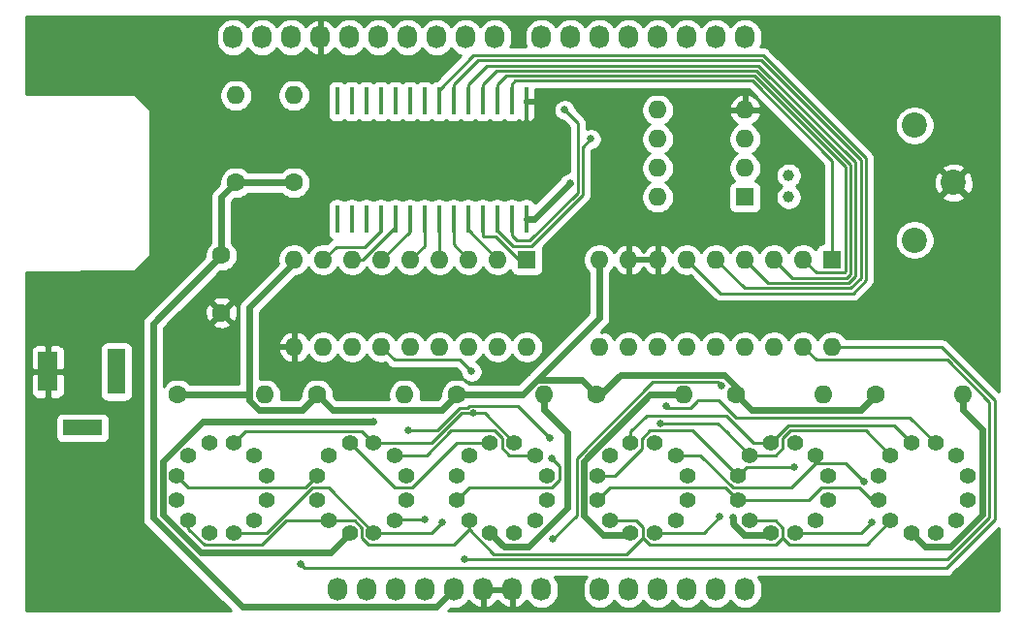
<source format=gtl>
G04 #@! TF.GenerationSoftware,KiCad,Pcbnew,(5.1.6)-1*
G04 #@! TF.CreationDate,2020-07-30T22:19:11+09:00*
G04 #@! TF.ProjectId,VFDClock,56464443-6c6f-4636-9b2e-6b696361645f,rev?*
G04 #@! TF.SameCoordinates,Original*
G04 #@! TF.FileFunction,Copper,L1,Top*
G04 #@! TF.FilePolarity,Positive*
%FSLAX46Y46*%
G04 Gerber Fmt 4.6, Leading zero omitted, Abs format (unit mm)*
G04 Created by KiCad (PCBNEW (5.1.6)-1) date 2020-07-30 22:19:11*
%MOMM*%
%LPD*%
G01*
G04 APERTURE LIST*
G04 #@! TA.AperFunction,ComponentPad*
%ADD10C,1.400000*%
G04 #@! TD*
G04 #@! TA.AperFunction,SMDPad,CuDef*
%ADD11R,0.400000X2.400000*%
G04 #@! TD*
G04 #@! TA.AperFunction,ComponentPad*
%ADD12C,1.000000*%
G04 #@! TD*
G04 #@! TA.AperFunction,ComponentPad*
%ADD13C,2.200000*%
G04 #@! TD*
G04 #@! TA.AperFunction,ComponentPad*
%ADD14O,1.600000X1.600000*%
G04 #@! TD*
G04 #@! TA.AperFunction,ComponentPad*
%ADD15R,1.600000X1.600000*%
G04 #@! TD*
G04 #@! TA.AperFunction,ComponentPad*
%ADD16C,1.600000*%
G04 #@! TD*
G04 #@! TA.AperFunction,ComponentPad*
%ADD17R,3.500000X1.400000*%
G04 #@! TD*
G04 #@! TA.AperFunction,ComponentPad*
%ADD18R,1.600000X4.000000*%
G04 #@! TD*
G04 #@! TA.AperFunction,ComponentPad*
%ADD19R,1.700000X3.500000*%
G04 #@! TD*
G04 #@! TA.AperFunction,ComponentPad*
%ADD20O,1.727200X2.032000*%
G04 #@! TD*
G04 #@! TA.AperFunction,ViaPad*
%ADD21C,0.650000*%
G04 #@! TD*
G04 #@! TA.AperFunction,Conductor*
%ADD22C,0.600000*%
G04 #@! TD*
G04 #@! TA.AperFunction,Conductor*
%ADD23C,0.250000*%
G04 #@! TD*
G04 #@! TA.AperFunction,Conductor*
%ADD24C,0.254000*%
G04 #@! TD*
G04 APERTURE END LIST*
D10*
X174932318Y-117808682D03*
X173880478Y-115986841D03*
X173880477Y-113883159D03*
X174932318Y-112061318D03*
X176754159Y-111009478D03*
X178857841Y-111009477D03*
X180679682Y-112061318D03*
X181731522Y-113883159D03*
X181731523Y-115986841D03*
X180679682Y-117808682D03*
X178857841Y-118860522D03*
X176754159Y-118860523D03*
D11*
X155388000Y-91450000D03*
X154118000Y-91450000D03*
X152848000Y-91450000D03*
X151578000Y-91450000D03*
X150308000Y-91450000D03*
X149038000Y-91450000D03*
X147768000Y-91450000D03*
X146498000Y-91450000D03*
X145228000Y-91450000D03*
X143958000Y-91450000D03*
X142688000Y-91450000D03*
X141418000Y-91450000D03*
X140148000Y-91450000D03*
X138878000Y-81150000D03*
X140148000Y-81150000D03*
X141418000Y-81150000D03*
X142688000Y-81150000D03*
X143958000Y-81150000D03*
X145228000Y-81150000D03*
X146498000Y-81150000D03*
X147768000Y-81150000D03*
X149038000Y-81150000D03*
X150308000Y-81150000D03*
X151578000Y-81150000D03*
X152848000Y-81150000D03*
X154118000Y-81150000D03*
X138878000Y-91450000D03*
X155388000Y-81150000D03*
D12*
X178308000Y-87635000D03*
X178308000Y-89535000D03*
D13*
X189308000Y-83265000D03*
X189308000Y-93265000D03*
X192708000Y-88265000D03*
D14*
X166878000Y-89535000D03*
X174498000Y-81915000D03*
X166878000Y-86995000D03*
X174498000Y-84455000D03*
X166878000Y-84455000D03*
X174498000Y-86995000D03*
X166878000Y-81915000D03*
D15*
X174498000Y-89535000D03*
D14*
X193548000Y-106807000D03*
D16*
X185928000Y-106807000D03*
D14*
X181356000Y-106807000D03*
D16*
X173736000Y-106807000D03*
D14*
X169164000Y-106807000D03*
D16*
X161544000Y-106807000D03*
D14*
X156972000Y-106807000D03*
D16*
X149352000Y-106807000D03*
D14*
X144780000Y-106807000D03*
D16*
X137160000Y-106807000D03*
D14*
X132588000Y-106807000D03*
D16*
X124968000Y-106807000D03*
D14*
X135128000Y-80645000D03*
D16*
X135128000Y-88265000D03*
D14*
X130048000Y-80645000D03*
D16*
X130048000Y-88265000D03*
D14*
X182118000Y-102616000D03*
X161798000Y-94996000D03*
X179578000Y-102616000D03*
X164338000Y-94996000D03*
X177038000Y-102616000D03*
X166878000Y-94996000D03*
X174498000Y-102616000D03*
X169418000Y-94996000D03*
X171958000Y-102616000D03*
X171958000Y-94996000D03*
X169418000Y-102616000D03*
X174498000Y-94996000D03*
X166878000Y-102616000D03*
X177038000Y-94996000D03*
X164338000Y-102616000D03*
X179578000Y-94996000D03*
X161798000Y-102616000D03*
D15*
X182118000Y-94996000D03*
D14*
X155448000Y-102616000D03*
X135128000Y-94996000D03*
X152908000Y-102616000D03*
X137668000Y-94996000D03*
X150368000Y-102616000D03*
X140208000Y-94996000D03*
X147828000Y-102616000D03*
X142748000Y-94996000D03*
X145288000Y-102616000D03*
X145288000Y-94996000D03*
X142748000Y-102616000D03*
X147828000Y-94996000D03*
X140208000Y-102616000D03*
X150368000Y-94996000D03*
X137668000Y-102616000D03*
X152908000Y-94996000D03*
X135128000Y-102616000D03*
D15*
X155448000Y-94996000D03*
D17*
X116668000Y-109675000D03*
D18*
X119618000Y-104775000D03*
D19*
X113618000Y-104775000D03*
D10*
X187189318Y-117808682D03*
X186137478Y-115986841D03*
X186137477Y-113883159D03*
X187189318Y-112061318D03*
X189011159Y-111009478D03*
X191114841Y-111009477D03*
X192936682Y-112061318D03*
X193988522Y-113883159D03*
X193988523Y-115986841D03*
X192936682Y-117808682D03*
X191114841Y-118860522D03*
X189011159Y-118860523D03*
X162675318Y-117808682D03*
X161623478Y-115986841D03*
X161623477Y-113883159D03*
X162675318Y-112061318D03*
X164497159Y-111009478D03*
X166600841Y-111009477D03*
X168422682Y-112061318D03*
X169474522Y-113883159D03*
X169474523Y-115986841D03*
X168422682Y-117808682D03*
X166600841Y-118860522D03*
X164497159Y-118860523D03*
X150418318Y-117808682D03*
X149366478Y-115986841D03*
X149366477Y-113883159D03*
X150418318Y-112061318D03*
X152240159Y-111009478D03*
X154343841Y-111009477D03*
X156165682Y-112061318D03*
X157217522Y-113883159D03*
X157217523Y-115986841D03*
X156165682Y-117808682D03*
X154343841Y-118860522D03*
X152240159Y-118860523D03*
X138161318Y-117808682D03*
X137109478Y-115986841D03*
X137109477Y-113883159D03*
X138161318Y-112061318D03*
X139983159Y-111009478D03*
X142086841Y-111009477D03*
X143908682Y-112061318D03*
X144960522Y-113883159D03*
X144960523Y-115986841D03*
X143908682Y-117808682D03*
X142086841Y-118860522D03*
X139983159Y-118860523D03*
X125904318Y-117808682D03*
X124852478Y-115986841D03*
X124852477Y-113883159D03*
X125904318Y-112061318D03*
X127726159Y-111009478D03*
X129829841Y-111009477D03*
X131651682Y-112061318D03*
X132703522Y-113883159D03*
X132703523Y-115986841D03*
X131651682Y-117808682D03*
X129829841Y-118860522D03*
X127726159Y-118860523D03*
D16*
X128778000Y-99615000D03*
X128778000Y-94615000D03*
D20*
X156718000Y-123825000D03*
X154178000Y-123825000D03*
X151638000Y-123825000D03*
X149098000Y-123825000D03*
X146558000Y-123825000D03*
X144018000Y-123825000D03*
X141478000Y-123825000D03*
X138938000Y-123825000D03*
X174498000Y-123825000D03*
X171958000Y-123825000D03*
X169418000Y-123825000D03*
X166878000Y-123825000D03*
X164338000Y-123825000D03*
X161798000Y-123825000D03*
X152654000Y-75565000D03*
X150114000Y-75565000D03*
X147574000Y-75565000D03*
X145034000Y-75565000D03*
X142494000Y-75565000D03*
X139954000Y-75565000D03*
X137414000Y-75565000D03*
X134874000Y-75565000D03*
X132334000Y-75565000D03*
X129794000Y-75565000D03*
X174498000Y-75565000D03*
X171958000Y-75565000D03*
X169418000Y-75565000D03*
X166878000Y-75565000D03*
X164338000Y-75565000D03*
X161798000Y-75565000D03*
X159258000Y-75565000D03*
X156718000Y-75565000D03*
D21*
X159244900Y-88278100D03*
X157587100Y-112340500D03*
X178816000Y-113157000D03*
X150779000Y-108408200D03*
X167640000Y-107823000D03*
X184873600Y-114356800D03*
X179578000Y-75565000D03*
X194818000Y-75565000D03*
X187198000Y-75565000D03*
X194818000Y-81915000D03*
X113538000Y-75565000D03*
X121158000Y-75565000D03*
X194818000Y-123825000D03*
X113538000Y-123825000D03*
X121158000Y-123825000D03*
X194818000Y-94615000D03*
X158750000Y-81915000D03*
X161036000Y-84455000D03*
X145074476Y-109895476D03*
X157480000Y-110617000D03*
X150622000Y-104775000D03*
X167132000Y-109274091D03*
X135713119Y-121616119D03*
X185545800Y-117939600D03*
X148076300Y-117909000D03*
X172282200Y-117474400D03*
X146558000Y-117729000D03*
X149995109Y-121166109D03*
X142006700Y-109130900D03*
X157708000Y-119421700D03*
X172466000Y-106045000D03*
X173465700Y-117511600D03*
D22*
X122802800Y-117556400D02*
X122802800Y-100590200D01*
X122802800Y-100590200D02*
X128778000Y-94615000D01*
X135128000Y-88265000D02*
X130048000Y-88265000D01*
X147581990Y-125341010D02*
X149098000Y-123825000D01*
X130587410Y-125341010D02*
X147581990Y-125341010D01*
X122802800Y-117556400D02*
X130587410Y-125341010D01*
X155388000Y-91450000D02*
X156073000Y-91450000D01*
X156073000Y-91450000D02*
X159244900Y-88278100D01*
X128778000Y-89535000D02*
X130048000Y-88265000D01*
X128778000Y-94615000D02*
X128778000Y-89535000D01*
D23*
X130048000Y-80645000D02*
X130610700Y-80645000D01*
X150418300Y-118548500D02*
X152585900Y-120716100D01*
X152585900Y-120716100D02*
X164162600Y-120716100D01*
X164162600Y-120716100D02*
X165549000Y-119329700D01*
X150418300Y-117808700D02*
X150418300Y-118548500D01*
X138161300Y-117808700D02*
X140398100Y-117808700D01*
X140398100Y-117808700D02*
X141035000Y-118445600D01*
X141035000Y-118445600D02*
X141035000Y-119288100D01*
X141035000Y-119288100D02*
X141642300Y-119895400D01*
X141642300Y-119895400D02*
X149071400Y-119895400D01*
X149071400Y-119895400D02*
X150418300Y-118548500D01*
X125904300Y-117808700D02*
X125904300Y-118528100D01*
X125904300Y-118528100D02*
X127307000Y-119930800D01*
X127307000Y-119930800D02*
X132335700Y-119930800D01*
X132335700Y-119930800D02*
X134457800Y-117808700D01*
X134457800Y-117808700D02*
X138161300Y-117808700D01*
X165549000Y-119329700D02*
X166151700Y-119932400D01*
X166151700Y-119932400D02*
X177171900Y-119932400D01*
X177171900Y-119932400D02*
X177806000Y-119298300D01*
X162675300Y-117808700D02*
X164954900Y-117808700D01*
X164954900Y-117808700D02*
X165549000Y-118402800D01*
X165549000Y-118402800D02*
X165549000Y-119329700D01*
X177806000Y-119298300D02*
X177806000Y-118420800D01*
X177806000Y-118420800D02*
X177193900Y-117808700D01*
X177193900Y-117808700D02*
X174932300Y-117808700D01*
X177806000Y-119298300D02*
X178395300Y-119887600D01*
X178395300Y-119887600D02*
X185110400Y-119887600D01*
X185110400Y-119887600D02*
X187189300Y-117808700D01*
X173880500Y-115986800D02*
X180104700Y-115986800D01*
X180104700Y-115986800D02*
X181182900Y-114908600D01*
X181182900Y-114908600D02*
X184505700Y-114908600D01*
X184505700Y-114908600D02*
X185583900Y-115986800D01*
X185583900Y-115986800D02*
X186137500Y-115986800D01*
X161623500Y-115986800D02*
X162701700Y-114908600D01*
X162701700Y-114908600D02*
X172802300Y-114908600D01*
X172802300Y-114908600D02*
X173880500Y-115986800D01*
X157587100Y-112340500D02*
X158319900Y-113073300D01*
X158319900Y-113073300D02*
X158319900Y-114249700D01*
X158319900Y-114249700D02*
X157661000Y-114908600D01*
X157661000Y-114908600D02*
X150444700Y-114908600D01*
X150444700Y-114908600D02*
X149366500Y-115986800D01*
X137109500Y-113883200D02*
X136084100Y-114908600D01*
X136084100Y-114908600D02*
X125877900Y-114908600D01*
X125877900Y-114908600D02*
X124852500Y-113883200D01*
X172837100Y-109966100D02*
X174932300Y-112061300D01*
X187189300Y-112061300D02*
X185069100Y-109941100D01*
X185069100Y-109941100D02*
X178464000Y-109941100D01*
X177806000Y-110599100D02*
X177806000Y-111449100D01*
X177806000Y-111449100D02*
X177193800Y-112061300D01*
X177193800Y-112061300D02*
X174932300Y-112061300D01*
X189011200Y-111009500D02*
X187486300Y-109484600D01*
X187486300Y-109484600D02*
X178279100Y-109484600D01*
X178279100Y-109484600D02*
X176754200Y-111009500D01*
X149299200Y-111009500D02*
X152240200Y-111009500D01*
X143881841Y-114908160D02*
X145400540Y-114908160D01*
X145400540Y-114908160D02*
X149299200Y-111009500D01*
X139983159Y-111009478D02*
X143881841Y-114908160D01*
X150779000Y-108408200D02*
X149738200Y-108408200D01*
X149738200Y-108408200D02*
X147136900Y-111009500D01*
X147136900Y-111009500D02*
X142086800Y-111009500D01*
X154343800Y-111009500D02*
X151742500Y-108408200D01*
X151742500Y-108408200D02*
X150779000Y-108408200D01*
X188892700Y-108787400D02*
X191114800Y-111009500D01*
X129829800Y-111009500D02*
X130855800Y-109983500D01*
X130855800Y-109983500D02*
X141060800Y-109983500D01*
X141060800Y-109983500D02*
X142086800Y-111009500D01*
X170591900Y-112061300D02*
X173465600Y-114935000D01*
X173465600Y-114935000D02*
X178496800Y-114935000D01*
X178496800Y-114935000D02*
X180679700Y-112752100D01*
X183268900Y-112752100D02*
X184873600Y-114356800D01*
X180679700Y-112752100D02*
X180679700Y-112061300D01*
X143908700Y-112061300D02*
X146722000Y-112061300D01*
X146722000Y-112061300D02*
X148849800Y-109933500D01*
X148849800Y-109933500D02*
X152630900Y-109933500D01*
X152630900Y-109933500D02*
X153292000Y-110594600D01*
X153292000Y-110594600D02*
X153292000Y-111449100D01*
X153292000Y-111449100D02*
X153904200Y-112061300D01*
X153904200Y-112061300D02*
X156165700Y-112061300D01*
X159894901Y-89152099D02*
X159894901Y-83059901D01*
X155702000Y-93345000D02*
X159894901Y-89152099D01*
X154563000Y-93345000D02*
X155702000Y-93345000D01*
X154118000Y-91450000D02*
X154118000Y-92900000D01*
X159894901Y-83059901D02*
X158750000Y-81915000D01*
X154118000Y-92900000D02*
X154563000Y-93345000D01*
X160344911Y-89338499D02*
X160344911Y-85146089D01*
X155830410Y-93853000D02*
X160344911Y-89338499D01*
X160344911Y-85146089D02*
X161036000Y-84455000D01*
X152848000Y-91450000D02*
X152848000Y-92450000D01*
X154251000Y-93853000D02*
X155830410Y-93853000D01*
X152848000Y-92450000D02*
X154251000Y-93853000D01*
X147614514Y-109895476D02*
X149551800Y-107958190D01*
X154621199Y-107758199D02*
X157480000Y-110617000D01*
X145074476Y-109895476D02*
X147614514Y-109895476D01*
X149551800Y-107958190D02*
X150267008Y-107958190D01*
X150466999Y-107758199D02*
X154621199Y-107758199D01*
X150267008Y-107958190D02*
X150466999Y-107758199D01*
X169938010Y-109940710D02*
X173880500Y-113883200D01*
X166202400Y-109940710D02*
X169938010Y-109940710D01*
X165522160Y-110620950D02*
X166202400Y-109940710D01*
X165522160Y-111501479D02*
X165522160Y-110620950D01*
X163140480Y-113883159D02*
X165522160Y-111501479D01*
X161623477Y-113883159D02*
X163140480Y-113883159D01*
X174606636Y-113157000D02*
X173880477Y-113883159D01*
X178816000Y-113157000D02*
X174606636Y-113157000D01*
X142748000Y-102616000D02*
X143873001Y-103741001D01*
X149588001Y-103741001D02*
X150622000Y-104775000D01*
X143873001Y-103741001D02*
X149588001Y-103741001D01*
X172831100Y-109966100D02*
X172837100Y-109966100D01*
X172139091Y-109274091D02*
X172831100Y-109966100D01*
X167132000Y-109274091D02*
X172139091Y-109274091D01*
X178464000Y-109941100D02*
X177806000Y-110599100D01*
X172884680Y-108624090D02*
X175270068Y-111009478D01*
X165892598Y-108624090D02*
X172884680Y-108624090D01*
X175270068Y-111009478D02*
X176754159Y-111009478D01*
X164497159Y-110019529D02*
X165892598Y-108624090D01*
X164497159Y-111009478D02*
X164497159Y-110019529D01*
X188892700Y-108787400D02*
X173684400Y-108787400D01*
X173684400Y-108787400D02*
X172212000Y-107315000D01*
X172212000Y-107315000D02*
X170289001Y-107315000D01*
X167749001Y-107932001D02*
X167640000Y-107823000D01*
X169704001Y-107932001D02*
X167749001Y-107932001D01*
X170289001Y-107347001D02*
X169704001Y-107932001D01*
X170289001Y-107315000D02*
X170289001Y-107347001D01*
X180679700Y-112752100D02*
X183268900Y-112752100D01*
X168422700Y-112061300D02*
X170591900Y-112061300D01*
X191658412Y-102616000D02*
X182118000Y-102616000D01*
X135713119Y-121616119D02*
X136038118Y-121941118D01*
X196298219Y-117688788D02*
X196298220Y-107255808D01*
X136038118Y-121941118D02*
X192045889Y-121941118D01*
X192045889Y-121941118D02*
X196298219Y-117688788D01*
X196298220Y-107255808D02*
X191658412Y-102616000D01*
X129829800Y-118860500D02*
X132769100Y-118860500D01*
X132769100Y-118860500D02*
X136694600Y-114935000D01*
X136694600Y-114935000D02*
X138161300Y-114935000D01*
X138161300Y-114935000D02*
X142086800Y-118860500D01*
X178857800Y-118860500D02*
X184624900Y-118860500D01*
X184624900Y-118860500D02*
X185545800Y-117939600D01*
X147124800Y-118860500D02*
X142086800Y-118860500D01*
X166600800Y-118860500D02*
X170896100Y-118860500D01*
X170896100Y-118860500D02*
X172282200Y-117474400D01*
X148076300Y-117909000D02*
X147124800Y-118860500D01*
X180703001Y-103741001D02*
X192147003Y-103741001D01*
X192147003Y-103741001D02*
X195848210Y-107442208D01*
X179578000Y-102616000D02*
X180703001Y-103741001D01*
X195848210Y-107442208D02*
X195848210Y-117502387D01*
X195848210Y-117502387D02*
X192184488Y-121166109D01*
X143988364Y-117729000D02*
X143908682Y-117808682D01*
X146558000Y-117729000D02*
X143988364Y-117729000D01*
X192184488Y-121166109D02*
X149995109Y-121166109D01*
D22*
X138287482Y-120556200D02*
X139983159Y-118860523D01*
X127128600Y-109130900D02*
X123651000Y-112608500D01*
X126945200Y-120556200D02*
X138287482Y-120556200D01*
X142006700Y-109130900D02*
X127128600Y-109130900D01*
X123651000Y-117262000D02*
X126945200Y-120556200D01*
X123651000Y-112608500D02*
X123651000Y-117262000D01*
D23*
X166441804Y-105681999D02*
X172102999Y-105681999D01*
X159798090Y-112325713D02*
X166441804Y-105681999D01*
X157708000Y-119421700D02*
X159798090Y-117331610D01*
X172102999Y-105681999D02*
X172466000Y-106045000D01*
X159798090Y-117331610D02*
X159798090Y-112325713D01*
D22*
X156972000Y-106807000D02*
X156972000Y-108107300D01*
X152240200Y-118860500D02*
X153441500Y-120061800D01*
X153441500Y-120061800D02*
X155611700Y-120061800D01*
X155611700Y-120061800D02*
X158971700Y-116701800D01*
X158971700Y-116701800D02*
X158971700Y-110107000D01*
X158971700Y-110107000D02*
X156972000Y-108107300D01*
X164497200Y-118860500D02*
X164348600Y-119009100D01*
X164348600Y-119009100D02*
X162123600Y-119009100D01*
X162123600Y-119009100D02*
X160423100Y-117308600D01*
X160423100Y-117308600D02*
X160423100Y-112584600D01*
X160423100Y-112584600D02*
X166200700Y-106807000D01*
X166200700Y-106807000D02*
X169164000Y-106807000D01*
X137160000Y-106807000D02*
X138460400Y-108107400D01*
X138460400Y-108107400D02*
X148051600Y-108107400D01*
X148051600Y-108107400D02*
X149352000Y-106807000D01*
X185928000Y-106807000D02*
X184626400Y-108108600D01*
X184626400Y-108108600D02*
X175037600Y-108108600D01*
X175037600Y-108108600D02*
X173736000Y-106807000D01*
X161544000Y-106807000D02*
X161857200Y-106807000D01*
X161857200Y-106807000D02*
X163613800Y-105050400D01*
X163613800Y-105050400D02*
X172724100Y-105050400D01*
X172724100Y-105050400D02*
X173736000Y-106062300D01*
X173736000Y-106062300D02*
X173736000Y-106807000D01*
X137160000Y-106807000D02*
X135851500Y-108115500D01*
X135851500Y-108115500D02*
X132045700Y-108115500D01*
X132045700Y-108115500D02*
X131228000Y-107297800D01*
X131228000Y-107297800D02*
X131228000Y-106807000D01*
X131228000Y-106807000D02*
X131228000Y-99180300D01*
X131228000Y-99180300D02*
X135128000Y-95280300D01*
X131228000Y-106807000D02*
X124968000Y-106807000D01*
X160243999Y-105506999D02*
X161544000Y-106807000D01*
X155047998Y-106807000D02*
X156347999Y-105506999D01*
X156347999Y-105506999D02*
X160243999Y-105506999D01*
X149352000Y-106807000D02*
X155047998Y-106807000D01*
X161798000Y-100056998D02*
X156347999Y-105506999D01*
X161798000Y-94996000D02*
X161798000Y-100056998D01*
X176754200Y-118860500D02*
X176605600Y-119009100D01*
X176605600Y-119009100D02*
X174424400Y-119009100D01*
X174424400Y-119009100D02*
X173465700Y-118050400D01*
X173465700Y-118050400D02*
X173465700Y-117511600D01*
X193548000Y-106807000D02*
X193548000Y-108107300D01*
X189011200Y-118860500D02*
X190219400Y-120068700D01*
X190219400Y-120068700D02*
X192398000Y-120068700D01*
X192398000Y-120068700D02*
X195223200Y-117243500D01*
X195223200Y-117243500D02*
X195223200Y-109782500D01*
X195223200Y-109782500D02*
X193548000Y-108107300D01*
D23*
X151578000Y-91450000D02*
X151578000Y-92900000D01*
X155052998Y-94600998D02*
X155448000Y-94996000D01*
X154757590Y-94996000D02*
X155448000Y-94996000D01*
X152736591Y-92975001D02*
X154757590Y-94996000D01*
X151653001Y-92975001D02*
X152736591Y-92975001D01*
X151578000Y-92900000D02*
X151653001Y-92975001D01*
X150308000Y-92396000D02*
X152908000Y-94996000D01*
X150308000Y-91450000D02*
X150308000Y-92396000D01*
X149038000Y-93666000D02*
X150368000Y-94996000D01*
X149038000Y-91450000D02*
X149038000Y-93666000D01*
X147768000Y-94936000D02*
X147828000Y-94996000D01*
X147768000Y-91450000D02*
X147768000Y-94936000D01*
X146498000Y-93786000D02*
X145288000Y-94996000D01*
X146498000Y-91450000D02*
X146498000Y-93786000D01*
X145228000Y-91450000D02*
X145228000Y-92165002D01*
X145228000Y-92516000D02*
X142748000Y-94996000D01*
X145228000Y-91450000D02*
X145228000Y-92516000D01*
X141095590Y-94996000D02*
X140208000Y-94996000D01*
X143958000Y-92133590D02*
X141095590Y-94996000D01*
X143958000Y-91450000D02*
X143958000Y-92133590D01*
X141267001Y-93870999D02*
X138793001Y-93870999D01*
X142688000Y-92450000D02*
X141267001Y-93870999D01*
X138793001Y-93870999D02*
X137668000Y-94996000D01*
X142688000Y-91450000D02*
X142688000Y-92450000D01*
X150793050Y-77124950D02*
X147768000Y-80150000D01*
X174244000Y-77124950D02*
X150793050Y-77124950D01*
X176065005Y-77124955D02*
X174244000Y-77124950D01*
X169418000Y-94996000D02*
X172343037Y-97921037D01*
X185043038Y-86102994D02*
X176065005Y-77124955D01*
X172343037Y-97921037D02*
X183923605Y-97921037D01*
X183923605Y-97921037D02*
X185043037Y-96801605D01*
X147768000Y-80150000D02*
X147768000Y-81150000D01*
X185043037Y-96801605D02*
X185043038Y-86102994D01*
X149038000Y-79700000D02*
X149038000Y-81150000D01*
X151163040Y-77574960D02*
X149038000Y-79700000D01*
X175878604Y-77574964D02*
X174498000Y-77574960D01*
X171958000Y-94996000D02*
X174433029Y-97471029D01*
X174433029Y-97471029D02*
X183737204Y-97471028D01*
X183737204Y-97471028D02*
X184593028Y-96615204D01*
X174498000Y-77574960D02*
X151163040Y-77574960D01*
X184593028Y-96615204D02*
X184593029Y-86289393D01*
X184593029Y-86289393D02*
X175878604Y-77574964D01*
X150308000Y-79700000D02*
X150308000Y-81150000D01*
X174498000Y-78024970D02*
X151983030Y-78024970D01*
X175692203Y-78024973D02*
X174498000Y-78024970D01*
X183550803Y-97021019D02*
X184143019Y-96428803D01*
X176523019Y-97021019D02*
X183550803Y-97021019D01*
X174498000Y-94996000D02*
X176523019Y-97021019D01*
X184143020Y-86475792D02*
X175692203Y-78024973D01*
X151983030Y-78024970D02*
X150308000Y-79700000D01*
X184143019Y-96428803D02*
X184143020Y-86475792D01*
X175505802Y-78474982D02*
X183693011Y-86662191D01*
X174498000Y-78474980D02*
X175505802Y-78474982D01*
X152803020Y-78474980D02*
X174498000Y-78474980D01*
X151578000Y-79700000D02*
X152803020Y-78474980D01*
X151578000Y-81150000D02*
X151578000Y-79700000D01*
X183693011Y-86662191D02*
X183693010Y-95226402D01*
X183693011Y-96242401D02*
X183693011Y-95226402D01*
X177038000Y-94996000D02*
X178613011Y-96571011D01*
X183364402Y-96571010D02*
X183693011Y-96242401D01*
X178613011Y-96571011D02*
X183364402Y-96571010D01*
X153623010Y-78924990D02*
X174301990Y-78924990D01*
X152848000Y-81150000D02*
X152848000Y-79700000D01*
X152848000Y-79700000D02*
X153623010Y-78924990D01*
X174301990Y-78924990D02*
X174498000Y-78924990D01*
X180703001Y-96121001D02*
X179578000Y-94996000D01*
X174301990Y-78924990D02*
X175319401Y-78924991D01*
X175319401Y-78924991D02*
X183243001Y-86848591D01*
X183243001Y-86848591D02*
X183243001Y-96056001D01*
X183243001Y-96056001D02*
X183178001Y-96121001D01*
X183178001Y-96121001D02*
X180703001Y-96121001D01*
X154118000Y-79700000D02*
X154443000Y-79375000D01*
X154118000Y-81150000D02*
X154118000Y-79700000D01*
X154443000Y-79375000D02*
X175133000Y-79375000D01*
X175133000Y-79375000D02*
X182118000Y-86360000D01*
X182118000Y-86360000D02*
X182118000Y-93853000D01*
X182118000Y-94996000D02*
X182118000Y-93853000D01*
X182118000Y-93853000D02*
X182118000Y-93980000D01*
D22*
X189308000Y-83265000D02*
X188869500Y-83265000D01*
D24*
G36*
X196648000Y-106530785D02*
G01*
X192222216Y-102105003D01*
X192198413Y-102075999D01*
X192082688Y-101981026D01*
X191950659Y-101910454D01*
X191807398Y-101866997D01*
X191695745Y-101856000D01*
X191695734Y-101856000D01*
X191658412Y-101852324D01*
X191621090Y-101856000D01*
X183336043Y-101856000D01*
X183232637Y-101701241D01*
X183032759Y-101501363D01*
X182797727Y-101344320D01*
X182536574Y-101236147D01*
X182259335Y-101181000D01*
X181976665Y-101181000D01*
X181699426Y-101236147D01*
X181438273Y-101344320D01*
X181203241Y-101501363D01*
X181003363Y-101701241D01*
X180848000Y-101933759D01*
X180692637Y-101701241D01*
X180492759Y-101501363D01*
X180257727Y-101344320D01*
X179996574Y-101236147D01*
X179719335Y-101181000D01*
X179436665Y-101181000D01*
X179159426Y-101236147D01*
X178898273Y-101344320D01*
X178663241Y-101501363D01*
X178463363Y-101701241D01*
X178308000Y-101933759D01*
X178152637Y-101701241D01*
X177952759Y-101501363D01*
X177717727Y-101344320D01*
X177456574Y-101236147D01*
X177179335Y-101181000D01*
X176896665Y-101181000D01*
X176619426Y-101236147D01*
X176358273Y-101344320D01*
X176123241Y-101501363D01*
X175923363Y-101701241D01*
X175768000Y-101933759D01*
X175612637Y-101701241D01*
X175412759Y-101501363D01*
X175177727Y-101344320D01*
X174916574Y-101236147D01*
X174639335Y-101181000D01*
X174356665Y-101181000D01*
X174079426Y-101236147D01*
X173818273Y-101344320D01*
X173583241Y-101501363D01*
X173383363Y-101701241D01*
X173228000Y-101933759D01*
X173072637Y-101701241D01*
X172872759Y-101501363D01*
X172637727Y-101344320D01*
X172376574Y-101236147D01*
X172099335Y-101181000D01*
X171816665Y-101181000D01*
X171539426Y-101236147D01*
X171278273Y-101344320D01*
X171043241Y-101501363D01*
X170843363Y-101701241D01*
X170688000Y-101933759D01*
X170532637Y-101701241D01*
X170332759Y-101501363D01*
X170097727Y-101344320D01*
X169836574Y-101236147D01*
X169559335Y-101181000D01*
X169276665Y-101181000D01*
X168999426Y-101236147D01*
X168738273Y-101344320D01*
X168503241Y-101501363D01*
X168303363Y-101701241D01*
X168148000Y-101933759D01*
X167992637Y-101701241D01*
X167792759Y-101501363D01*
X167557727Y-101344320D01*
X167296574Y-101236147D01*
X167019335Y-101181000D01*
X166736665Y-101181000D01*
X166459426Y-101236147D01*
X166198273Y-101344320D01*
X165963241Y-101501363D01*
X165763363Y-101701241D01*
X165608000Y-101933759D01*
X165452637Y-101701241D01*
X165252759Y-101501363D01*
X165017727Y-101344320D01*
X164756574Y-101236147D01*
X164479335Y-101181000D01*
X164196665Y-101181000D01*
X163919426Y-101236147D01*
X163658273Y-101344320D01*
X163423241Y-101501363D01*
X163223363Y-101701241D01*
X163066320Y-101936273D01*
X163061933Y-101946865D01*
X162950385Y-101760869D01*
X162761414Y-101552481D01*
X162535420Y-101384963D01*
X162281087Y-101264754D01*
X162147039Y-101224096D01*
X161925002Y-101346084D01*
X161925002Y-101252286D01*
X162426664Y-100750623D01*
X162462344Y-100721342D01*
X162579186Y-100578970D01*
X162666007Y-100416538D01*
X162719471Y-100240290D01*
X162720357Y-100231292D01*
X162737524Y-100056999D01*
X162733000Y-100011067D01*
X162733000Y-96090396D01*
X162912637Y-95910759D01*
X163069680Y-95675727D01*
X163074067Y-95665135D01*
X163185615Y-95851131D01*
X163374586Y-96059519D01*
X163600580Y-96227037D01*
X163854913Y-96347246D01*
X163988961Y-96387904D01*
X164211000Y-96265915D01*
X164211000Y-95123000D01*
X164465000Y-95123000D01*
X164465000Y-96265915D01*
X164687039Y-96387904D01*
X164821087Y-96347246D01*
X165075420Y-96227037D01*
X165301414Y-96059519D01*
X165490385Y-95851131D01*
X165608000Y-95655018D01*
X165725615Y-95851131D01*
X165914586Y-96059519D01*
X166140580Y-96227037D01*
X166394913Y-96347246D01*
X166528961Y-96387904D01*
X166751000Y-96265915D01*
X166751000Y-95123000D01*
X164465000Y-95123000D01*
X164211000Y-95123000D01*
X164191000Y-95123000D01*
X164191000Y-94869000D01*
X164211000Y-94869000D01*
X164211000Y-93726085D01*
X164465000Y-93726085D01*
X164465000Y-94869000D01*
X166751000Y-94869000D01*
X166751000Y-93726085D01*
X166528961Y-93604096D01*
X166394913Y-93644754D01*
X166140580Y-93764963D01*
X165914586Y-93932481D01*
X165725615Y-94140869D01*
X165608000Y-94336982D01*
X165490385Y-94140869D01*
X165301414Y-93932481D01*
X165075420Y-93764963D01*
X164821087Y-93644754D01*
X164687039Y-93604096D01*
X164465000Y-93726085D01*
X164211000Y-93726085D01*
X163988961Y-93604096D01*
X163854913Y-93644754D01*
X163600580Y-93764963D01*
X163374586Y-93932481D01*
X163185615Y-94140869D01*
X163074067Y-94326865D01*
X163069680Y-94316273D01*
X162912637Y-94081241D01*
X162712759Y-93881363D01*
X162477727Y-93724320D01*
X162216574Y-93616147D01*
X161939335Y-93561000D01*
X161656665Y-93561000D01*
X161379426Y-93616147D01*
X161118273Y-93724320D01*
X160883241Y-93881363D01*
X160683363Y-94081241D01*
X160526320Y-94316273D01*
X160418147Y-94577426D01*
X160363000Y-94854665D01*
X160363000Y-95137335D01*
X160418147Y-95414574D01*
X160526320Y-95675727D01*
X160683363Y-95910759D01*
X160863000Y-96090396D01*
X160863001Y-99669707D01*
X155719340Y-104813369D01*
X155683655Y-104842655D01*
X155654375Y-104878333D01*
X154660709Y-105872000D01*
X150446396Y-105872000D01*
X150266759Y-105692363D01*
X150031727Y-105535320D01*
X149770574Y-105427147D01*
X149493335Y-105372000D01*
X149210665Y-105372000D01*
X148933426Y-105427147D01*
X148672273Y-105535320D01*
X148437241Y-105692363D01*
X148237363Y-105892241D01*
X148080320Y-106127273D01*
X147972147Y-106388426D01*
X147917000Y-106665665D01*
X147917000Y-106919711D01*
X147664311Y-107172400D01*
X146170430Y-107172400D01*
X146215000Y-106948335D01*
X146215000Y-106665665D01*
X146159853Y-106388426D01*
X146051680Y-106127273D01*
X145894637Y-105892241D01*
X145694759Y-105692363D01*
X145459727Y-105535320D01*
X145198574Y-105427147D01*
X144921335Y-105372000D01*
X144638665Y-105372000D01*
X144361426Y-105427147D01*
X144100273Y-105535320D01*
X143865241Y-105692363D01*
X143665363Y-105892241D01*
X143508320Y-106127273D01*
X143400147Y-106388426D01*
X143345000Y-106665665D01*
X143345000Y-106948335D01*
X143389570Y-107172400D01*
X138847690Y-107172400D01*
X138595000Y-106919710D01*
X138595000Y-106665665D01*
X138539853Y-106388426D01*
X138431680Y-106127273D01*
X138274637Y-105892241D01*
X138074759Y-105692363D01*
X137839727Y-105535320D01*
X137578574Y-105427147D01*
X137301335Y-105372000D01*
X137018665Y-105372000D01*
X136741426Y-105427147D01*
X136480273Y-105535320D01*
X136245241Y-105692363D01*
X136045363Y-105892241D01*
X135888320Y-106127273D01*
X135780147Y-106388426D01*
X135725000Y-106665665D01*
X135725000Y-106919711D01*
X135464211Y-107180500D01*
X133976819Y-107180500D01*
X134023000Y-106948335D01*
X134023000Y-106665665D01*
X133967853Y-106388426D01*
X133859680Y-106127273D01*
X133702637Y-105892241D01*
X133502759Y-105692363D01*
X133267727Y-105535320D01*
X133006574Y-105427147D01*
X132729335Y-105372000D01*
X132446665Y-105372000D01*
X132169426Y-105427147D01*
X132163000Y-105429809D01*
X132163000Y-102965040D01*
X133736091Y-102965040D01*
X133830930Y-103229881D01*
X133975615Y-103471131D01*
X134164586Y-103679519D01*
X134390580Y-103847037D01*
X134644913Y-103967246D01*
X134778961Y-104007904D01*
X135001000Y-103885915D01*
X135001000Y-102743000D01*
X133857376Y-102743000D01*
X133736091Y-102965040D01*
X132163000Y-102965040D01*
X132163000Y-102266960D01*
X133736091Y-102266960D01*
X133857376Y-102489000D01*
X135001000Y-102489000D01*
X135001000Y-101346085D01*
X135255000Y-101346085D01*
X135255000Y-102489000D01*
X135275000Y-102489000D01*
X135275000Y-102743000D01*
X135255000Y-102743000D01*
X135255000Y-103885915D01*
X135477039Y-104007904D01*
X135611087Y-103967246D01*
X135865420Y-103847037D01*
X136091414Y-103679519D01*
X136280385Y-103471131D01*
X136391933Y-103285135D01*
X136396320Y-103295727D01*
X136553363Y-103530759D01*
X136753241Y-103730637D01*
X136988273Y-103887680D01*
X137249426Y-103995853D01*
X137526665Y-104051000D01*
X137809335Y-104051000D01*
X138086574Y-103995853D01*
X138347727Y-103887680D01*
X138582759Y-103730637D01*
X138782637Y-103530759D01*
X138938000Y-103298241D01*
X139093363Y-103530759D01*
X139293241Y-103730637D01*
X139528273Y-103887680D01*
X139789426Y-103995853D01*
X140066665Y-104051000D01*
X140349335Y-104051000D01*
X140626574Y-103995853D01*
X140887727Y-103887680D01*
X141122759Y-103730637D01*
X141322637Y-103530759D01*
X141478000Y-103298241D01*
X141633363Y-103530759D01*
X141833241Y-103730637D01*
X142068273Y-103887680D01*
X142329426Y-103995853D01*
X142606665Y-104051000D01*
X142889335Y-104051000D01*
X143071886Y-104014688D01*
X143309201Y-104252003D01*
X143333000Y-104281002D01*
X143448725Y-104375975D01*
X143580754Y-104446547D01*
X143724015Y-104490004D01*
X143835668Y-104501001D01*
X143835676Y-104501001D01*
X143873001Y-104504677D01*
X143910326Y-104501001D01*
X149273200Y-104501001D01*
X149667028Y-104894830D01*
X149698892Y-105055022D01*
X149771259Y-105229731D01*
X149876319Y-105386964D01*
X150010036Y-105520681D01*
X150167269Y-105625741D01*
X150341978Y-105698108D01*
X150527448Y-105735000D01*
X150716552Y-105735000D01*
X150902022Y-105698108D01*
X151076731Y-105625741D01*
X151233964Y-105520681D01*
X151367681Y-105386964D01*
X151472741Y-105229731D01*
X151545108Y-105055022D01*
X151582000Y-104869552D01*
X151582000Y-104680448D01*
X151545108Y-104494978D01*
X151472741Y-104320269D01*
X151367681Y-104163036D01*
X151233964Y-104029319D01*
X151076731Y-103924259D01*
X151018074Y-103899963D01*
X151047727Y-103887680D01*
X151282759Y-103730637D01*
X151482637Y-103530759D01*
X151638000Y-103298241D01*
X151793363Y-103530759D01*
X151993241Y-103730637D01*
X152228273Y-103887680D01*
X152489426Y-103995853D01*
X152766665Y-104051000D01*
X153049335Y-104051000D01*
X153326574Y-103995853D01*
X153587727Y-103887680D01*
X153822759Y-103730637D01*
X154022637Y-103530759D01*
X154178000Y-103298241D01*
X154333363Y-103530759D01*
X154533241Y-103730637D01*
X154768273Y-103887680D01*
X155029426Y-103995853D01*
X155306665Y-104051000D01*
X155589335Y-104051000D01*
X155866574Y-103995853D01*
X156127727Y-103887680D01*
X156362759Y-103730637D01*
X156562637Y-103530759D01*
X156719680Y-103295727D01*
X156827853Y-103034574D01*
X156883000Y-102757335D01*
X156883000Y-102474665D01*
X156827853Y-102197426D01*
X156719680Y-101936273D01*
X156562637Y-101701241D01*
X156362759Y-101501363D01*
X156127727Y-101344320D01*
X155866574Y-101236147D01*
X155589335Y-101181000D01*
X155306665Y-101181000D01*
X155029426Y-101236147D01*
X154768273Y-101344320D01*
X154533241Y-101501363D01*
X154333363Y-101701241D01*
X154178000Y-101933759D01*
X154022637Y-101701241D01*
X153822759Y-101501363D01*
X153587727Y-101344320D01*
X153326574Y-101236147D01*
X153049335Y-101181000D01*
X152766665Y-101181000D01*
X152489426Y-101236147D01*
X152228273Y-101344320D01*
X151993241Y-101501363D01*
X151793363Y-101701241D01*
X151638000Y-101933759D01*
X151482637Y-101701241D01*
X151282759Y-101501363D01*
X151047727Y-101344320D01*
X150786574Y-101236147D01*
X150509335Y-101181000D01*
X150226665Y-101181000D01*
X149949426Y-101236147D01*
X149688273Y-101344320D01*
X149453241Y-101501363D01*
X149253363Y-101701241D01*
X149098000Y-101933759D01*
X148942637Y-101701241D01*
X148742759Y-101501363D01*
X148507727Y-101344320D01*
X148246574Y-101236147D01*
X147969335Y-101181000D01*
X147686665Y-101181000D01*
X147409426Y-101236147D01*
X147148273Y-101344320D01*
X146913241Y-101501363D01*
X146713363Y-101701241D01*
X146558000Y-101933759D01*
X146402637Y-101701241D01*
X146202759Y-101501363D01*
X145967727Y-101344320D01*
X145706574Y-101236147D01*
X145429335Y-101181000D01*
X145146665Y-101181000D01*
X144869426Y-101236147D01*
X144608273Y-101344320D01*
X144373241Y-101501363D01*
X144173363Y-101701241D01*
X144018000Y-101933759D01*
X143862637Y-101701241D01*
X143662759Y-101501363D01*
X143427727Y-101344320D01*
X143166574Y-101236147D01*
X142889335Y-101181000D01*
X142606665Y-101181000D01*
X142329426Y-101236147D01*
X142068273Y-101344320D01*
X141833241Y-101501363D01*
X141633363Y-101701241D01*
X141478000Y-101933759D01*
X141322637Y-101701241D01*
X141122759Y-101501363D01*
X140887727Y-101344320D01*
X140626574Y-101236147D01*
X140349335Y-101181000D01*
X140066665Y-101181000D01*
X139789426Y-101236147D01*
X139528273Y-101344320D01*
X139293241Y-101501363D01*
X139093363Y-101701241D01*
X138938000Y-101933759D01*
X138782637Y-101701241D01*
X138582759Y-101501363D01*
X138347727Y-101344320D01*
X138086574Y-101236147D01*
X137809335Y-101181000D01*
X137526665Y-101181000D01*
X137249426Y-101236147D01*
X136988273Y-101344320D01*
X136753241Y-101501363D01*
X136553363Y-101701241D01*
X136396320Y-101936273D01*
X136391933Y-101946865D01*
X136280385Y-101760869D01*
X136091414Y-101552481D01*
X135865420Y-101384963D01*
X135611087Y-101264754D01*
X135477039Y-101224096D01*
X135255000Y-101346085D01*
X135001000Y-101346085D01*
X134778961Y-101224096D01*
X134644913Y-101264754D01*
X134390580Y-101384963D01*
X134164586Y-101552481D01*
X133975615Y-101760869D01*
X133830930Y-102002119D01*
X133736091Y-102266960D01*
X132163000Y-102266960D01*
X132163000Y-99567589D01*
X135307101Y-96423488D01*
X135546574Y-96375853D01*
X135807727Y-96267680D01*
X136042759Y-96110637D01*
X136242637Y-95910759D01*
X136398000Y-95678241D01*
X136553363Y-95910759D01*
X136753241Y-96110637D01*
X136988273Y-96267680D01*
X137249426Y-96375853D01*
X137526665Y-96431000D01*
X137809335Y-96431000D01*
X138086574Y-96375853D01*
X138347727Y-96267680D01*
X138582759Y-96110637D01*
X138782637Y-95910759D01*
X138938000Y-95678241D01*
X139093363Y-95910759D01*
X139293241Y-96110637D01*
X139528273Y-96267680D01*
X139789426Y-96375853D01*
X140066665Y-96431000D01*
X140349335Y-96431000D01*
X140626574Y-96375853D01*
X140887727Y-96267680D01*
X141122759Y-96110637D01*
X141322637Y-95910759D01*
X141478000Y-95678241D01*
X141633363Y-95910759D01*
X141833241Y-96110637D01*
X142068273Y-96267680D01*
X142329426Y-96375853D01*
X142606665Y-96431000D01*
X142889335Y-96431000D01*
X143166574Y-96375853D01*
X143427727Y-96267680D01*
X143662759Y-96110637D01*
X143862637Y-95910759D01*
X144018000Y-95678241D01*
X144173363Y-95910759D01*
X144373241Y-96110637D01*
X144608273Y-96267680D01*
X144869426Y-96375853D01*
X145146665Y-96431000D01*
X145429335Y-96431000D01*
X145706574Y-96375853D01*
X145967727Y-96267680D01*
X146202759Y-96110637D01*
X146402637Y-95910759D01*
X146558000Y-95678241D01*
X146713363Y-95910759D01*
X146913241Y-96110637D01*
X147148273Y-96267680D01*
X147409426Y-96375853D01*
X147686665Y-96431000D01*
X147969335Y-96431000D01*
X148246574Y-96375853D01*
X148507727Y-96267680D01*
X148742759Y-96110637D01*
X148942637Y-95910759D01*
X149098000Y-95678241D01*
X149253363Y-95910759D01*
X149453241Y-96110637D01*
X149688273Y-96267680D01*
X149949426Y-96375853D01*
X150226665Y-96431000D01*
X150509335Y-96431000D01*
X150786574Y-96375853D01*
X151047727Y-96267680D01*
X151282759Y-96110637D01*
X151482637Y-95910759D01*
X151638000Y-95678241D01*
X151793363Y-95910759D01*
X151993241Y-96110637D01*
X152228273Y-96267680D01*
X152489426Y-96375853D01*
X152766665Y-96431000D01*
X153049335Y-96431000D01*
X153326574Y-96375853D01*
X153587727Y-96267680D01*
X153822759Y-96110637D01*
X154021357Y-95912039D01*
X154022188Y-95920482D01*
X154058498Y-96040180D01*
X154117463Y-96150494D01*
X154196815Y-96247185D01*
X154293506Y-96326537D01*
X154403820Y-96385502D01*
X154523518Y-96421812D01*
X154648000Y-96434072D01*
X156248000Y-96434072D01*
X156372482Y-96421812D01*
X156492180Y-96385502D01*
X156602494Y-96326537D01*
X156699185Y-96247185D01*
X156778537Y-96150494D01*
X156837502Y-96040180D01*
X156873812Y-95920482D01*
X156886072Y-95796000D01*
X156886072Y-94196000D01*
X156873812Y-94071518D01*
X156837502Y-93951820D01*
X156826665Y-93931546D01*
X160855915Y-89902297D01*
X160884912Y-89878500D01*
X160979885Y-89762775D01*
X161050457Y-89630746D01*
X161093914Y-89487485D01*
X161104911Y-89375832D01*
X161104911Y-89375831D01*
X161108588Y-89338499D01*
X161104911Y-89301166D01*
X161104911Y-85460891D01*
X161155830Y-85409972D01*
X161316022Y-85378108D01*
X161490731Y-85305741D01*
X161647964Y-85200681D01*
X161781681Y-85066964D01*
X161886741Y-84909731D01*
X161959108Y-84735022D01*
X161996000Y-84549552D01*
X161996000Y-84360448D01*
X161959108Y-84174978D01*
X161886741Y-84000269D01*
X161781681Y-83843036D01*
X161647964Y-83709319D01*
X161490731Y-83604259D01*
X161316022Y-83531892D01*
X161130552Y-83495000D01*
X160941448Y-83495000D01*
X160755978Y-83531892D01*
X160654901Y-83573760D01*
X160654901Y-83097234D01*
X160658578Y-83059901D01*
X160643904Y-82910915D01*
X160600447Y-82767654D01*
X160529875Y-82635625D01*
X160458700Y-82548898D01*
X160434902Y-82519900D01*
X160405904Y-82496102D01*
X159704972Y-81795171D01*
X159700695Y-81773665D01*
X165443000Y-81773665D01*
X165443000Y-82056335D01*
X165498147Y-82333574D01*
X165606320Y-82594727D01*
X165763363Y-82829759D01*
X165963241Y-83029637D01*
X166195759Y-83185000D01*
X165963241Y-83340363D01*
X165763363Y-83540241D01*
X165606320Y-83775273D01*
X165498147Y-84036426D01*
X165443000Y-84313665D01*
X165443000Y-84596335D01*
X165498147Y-84873574D01*
X165606320Y-85134727D01*
X165763363Y-85369759D01*
X165963241Y-85569637D01*
X166195759Y-85725000D01*
X165963241Y-85880363D01*
X165763363Y-86080241D01*
X165606320Y-86315273D01*
X165498147Y-86576426D01*
X165443000Y-86853665D01*
X165443000Y-87136335D01*
X165498147Y-87413574D01*
X165606320Y-87674727D01*
X165763363Y-87909759D01*
X165963241Y-88109637D01*
X166195759Y-88265000D01*
X165963241Y-88420363D01*
X165763363Y-88620241D01*
X165606320Y-88855273D01*
X165498147Y-89116426D01*
X165443000Y-89393665D01*
X165443000Y-89676335D01*
X165498147Y-89953574D01*
X165606320Y-90214727D01*
X165763363Y-90449759D01*
X165963241Y-90649637D01*
X166198273Y-90806680D01*
X166459426Y-90914853D01*
X166736665Y-90970000D01*
X167019335Y-90970000D01*
X167296574Y-90914853D01*
X167557727Y-90806680D01*
X167792759Y-90649637D01*
X167992637Y-90449759D01*
X168149680Y-90214727D01*
X168257853Y-89953574D01*
X168313000Y-89676335D01*
X168313000Y-89393665D01*
X168257853Y-89116426D01*
X168149680Y-88855273D01*
X168069317Y-88735000D01*
X173059928Y-88735000D01*
X173059928Y-90335000D01*
X173072188Y-90459482D01*
X173108498Y-90579180D01*
X173167463Y-90689494D01*
X173246815Y-90786185D01*
X173343506Y-90865537D01*
X173453820Y-90924502D01*
X173573518Y-90960812D01*
X173698000Y-90973072D01*
X175298000Y-90973072D01*
X175422482Y-90960812D01*
X175542180Y-90924502D01*
X175652494Y-90865537D01*
X175749185Y-90786185D01*
X175828537Y-90689494D01*
X175887502Y-90579180D01*
X175923812Y-90459482D01*
X175936072Y-90335000D01*
X175936072Y-88735000D01*
X175923812Y-88610518D01*
X175887502Y-88490820D01*
X175828537Y-88380506D01*
X175749185Y-88283815D01*
X175652494Y-88204463D01*
X175542180Y-88145498D01*
X175422482Y-88109188D01*
X175414039Y-88108357D01*
X175612637Y-87909759D01*
X175769680Y-87674727D01*
X175832439Y-87523212D01*
X177173000Y-87523212D01*
X177173000Y-87746788D01*
X177216617Y-87966067D01*
X177302176Y-88172624D01*
X177426388Y-88358520D01*
X177584480Y-88516612D01*
X177686830Y-88585000D01*
X177584480Y-88653388D01*
X177426388Y-88811480D01*
X177302176Y-88997376D01*
X177216617Y-89203933D01*
X177173000Y-89423212D01*
X177173000Y-89646788D01*
X177216617Y-89866067D01*
X177302176Y-90072624D01*
X177426388Y-90258520D01*
X177584480Y-90416612D01*
X177770376Y-90540824D01*
X177976933Y-90626383D01*
X178196212Y-90670000D01*
X178419788Y-90670000D01*
X178639067Y-90626383D01*
X178845624Y-90540824D01*
X179031520Y-90416612D01*
X179189612Y-90258520D01*
X179313824Y-90072624D01*
X179399383Y-89866067D01*
X179443000Y-89646788D01*
X179443000Y-89423212D01*
X179399383Y-89203933D01*
X179313824Y-88997376D01*
X179189612Y-88811480D01*
X179031520Y-88653388D01*
X178929170Y-88585000D01*
X179031520Y-88516612D01*
X179189612Y-88358520D01*
X179313824Y-88172624D01*
X179399383Y-87966067D01*
X179443000Y-87746788D01*
X179443000Y-87523212D01*
X179399383Y-87303933D01*
X179313824Y-87097376D01*
X179189612Y-86911480D01*
X179031520Y-86753388D01*
X178845624Y-86629176D01*
X178639067Y-86543617D01*
X178419788Y-86500000D01*
X178196212Y-86500000D01*
X177976933Y-86543617D01*
X177770376Y-86629176D01*
X177584480Y-86753388D01*
X177426388Y-86911480D01*
X177302176Y-87097376D01*
X177216617Y-87303933D01*
X177173000Y-87523212D01*
X175832439Y-87523212D01*
X175877853Y-87413574D01*
X175933000Y-87136335D01*
X175933000Y-86853665D01*
X175877853Y-86576426D01*
X175769680Y-86315273D01*
X175612637Y-86080241D01*
X175412759Y-85880363D01*
X175180241Y-85725000D01*
X175412759Y-85569637D01*
X175612637Y-85369759D01*
X175769680Y-85134727D01*
X175877853Y-84873574D01*
X175933000Y-84596335D01*
X175933000Y-84313665D01*
X175877853Y-84036426D01*
X175769680Y-83775273D01*
X175612637Y-83540241D01*
X175412759Y-83340363D01*
X175177727Y-83183320D01*
X175167135Y-83178933D01*
X175353131Y-83067385D01*
X175561519Y-82878414D01*
X175729037Y-82652420D01*
X175849246Y-82398087D01*
X175889904Y-82264039D01*
X175767915Y-82042000D01*
X174625000Y-82042000D01*
X174625000Y-82062000D01*
X174371000Y-82062000D01*
X174371000Y-82042000D01*
X173228085Y-82042000D01*
X173106096Y-82264039D01*
X173146754Y-82398087D01*
X173266963Y-82652420D01*
X173434481Y-82878414D01*
X173642869Y-83067385D01*
X173828865Y-83178933D01*
X173818273Y-83183320D01*
X173583241Y-83340363D01*
X173383363Y-83540241D01*
X173226320Y-83775273D01*
X173118147Y-84036426D01*
X173063000Y-84313665D01*
X173063000Y-84596335D01*
X173118147Y-84873574D01*
X173226320Y-85134727D01*
X173383363Y-85369759D01*
X173583241Y-85569637D01*
X173815759Y-85725000D01*
X173583241Y-85880363D01*
X173383363Y-86080241D01*
X173226320Y-86315273D01*
X173118147Y-86576426D01*
X173063000Y-86853665D01*
X173063000Y-87136335D01*
X173118147Y-87413574D01*
X173226320Y-87674727D01*
X173383363Y-87909759D01*
X173581961Y-88108357D01*
X173573518Y-88109188D01*
X173453820Y-88145498D01*
X173343506Y-88204463D01*
X173246815Y-88283815D01*
X173167463Y-88380506D01*
X173108498Y-88490820D01*
X173072188Y-88610518D01*
X173059928Y-88735000D01*
X168069317Y-88735000D01*
X167992637Y-88620241D01*
X167792759Y-88420363D01*
X167560241Y-88265000D01*
X167792759Y-88109637D01*
X167992637Y-87909759D01*
X168149680Y-87674727D01*
X168257853Y-87413574D01*
X168313000Y-87136335D01*
X168313000Y-86853665D01*
X168257853Y-86576426D01*
X168149680Y-86315273D01*
X167992637Y-86080241D01*
X167792759Y-85880363D01*
X167560241Y-85725000D01*
X167792759Y-85569637D01*
X167992637Y-85369759D01*
X168149680Y-85134727D01*
X168257853Y-84873574D01*
X168313000Y-84596335D01*
X168313000Y-84313665D01*
X168257853Y-84036426D01*
X168149680Y-83775273D01*
X167992637Y-83540241D01*
X167792759Y-83340363D01*
X167560241Y-83185000D01*
X167792759Y-83029637D01*
X167992637Y-82829759D01*
X168149680Y-82594727D01*
X168257853Y-82333574D01*
X168313000Y-82056335D01*
X168313000Y-81773665D01*
X168271685Y-81565961D01*
X173106096Y-81565961D01*
X173228085Y-81788000D01*
X174371000Y-81788000D01*
X174371000Y-80644376D01*
X174625000Y-80644376D01*
X174625000Y-81788000D01*
X175767915Y-81788000D01*
X175889904Y-81565961D01*
X175849246Y-81431913D01*
X175729037Y-81177580D01*
X175561519Y-80951586D01*
X175353131Y-80762615D01*
X175111881Y-80617930D01*
X174847040Y-80523091D01*
X174625000Y-80644376D01*
X174371000Y-80644376D01*
X174148960Y-80523091D01*
X173884119Y-80617930D01*
X173642869Y-80762615D01*
X173434481Y-80951586D01*
X173266963Y-81177580D01*
X173146754Y-81431913D01*
X173106096Y-81565961D01*
X168271685Y-81565961D01*
X168257853Y-81496426D01*
X168149680Y-81235273D01*
X167992637Y-81000241D01*
X167792759Y-80800363D01*
X167557727Y-80643320D01*
X167296574Y-80535147D01*
X167019335Y-80480000D01*
X166736665Y-80480000D01*
X166459426Y-80535147D01*
X166198273Y-80643320D01*
X165963241Y-80800363D01*
X165763363Y-81000241D01*
X165606320Y-81235273D01*
X165498147Y-81496426D01*
X165443000Y-81773665D01*
X159700695Y-81773665D01*
X159673108Y-81634978D01*
X159600741Y-81460269D01*
X159495681Y-81303036D01*
X159361964Y-81169319D01*
X159204731Y-81064259D01*
X159030022Y-80991892D01*
X158844552Y-80955000D01*
X158655448Y-80955000D01*
X158469978Y-80991892D01*
X158295269Y-81064259D01*
X158138036Y-81169319D01*
X158004319Y-81303036D01*
X157899259Y-81460269D01*
X157826892Y-81634978D01*
X157790000Y-81820448D01*
X157790000Y-82009552D01*
X157826892Y-82195022D01*
X157899259Y-82369731D01*
X158004319Y-82526964D01*
X158138036Y-82660681D01*
X158295269Y-82765741D01*
X158469978Y-82838108D01*
X158630171Y-82869972D01*
X159134902Y-83374704D01*
X159134901Y-87321173D01*
X158964878Y-87354992D01*
X158790169Y-87427359D01*
X158632936Y-87532419D01*
X158499219Y-87666136D01*
X158428025Y-87772685D01*
X156181549Y-90019162D01*
X156177502Y-90005820D01*
X156118537Y-89895506D01*
X156039185Y-89798815D01*
X155942494Y-89719463D01*
X155832180Y-89660498D01*
X155712482Y-89624188D01*
X155588000Y-89611928D01*
X155188000Y-89611928D01*
X155063518Y-89624188D01*
X154943820Y-89660498D01*
X154833506Y-89719463D01*
X154753000Y-89785532D01*
X154672494Y-89719463D01*
X154562180Y-89660498D01*
X154442482Y-89624188D01*
X154318000Y-89611928D01*
X153918000Y-89611928D01*
X153793518Y-89624188D01*
X153673820Y-89660498D01*
X153563506Y-89719463D01*
X153483000Y-89785532D01*
X153402494Y-89719463D01*
X153292180Y-89660498D01*
X153172482Y-89624188D01*
X153048000Y-89611928D01*
X152648000Y-89611928D01*
X152523518Y-89624188D01*
X152403820Y-89660498D01*
X152293506Y-89719463D01*
X152213000Y-89785532D01*
X152132494Y-89719463D01*
X152022180Y-89660498D01*
X151902482Y-89624188D01*
X151778000Y-89611928D01*
X151378000Y-89611928D01*
X151253518Y-89624188D01*
X151133820Y-89660498D01*
X151023506Y-89719463D01*
X150943000Y-89785532D01*
X150862494Y-89719463D01*
X150752180Y-89660498D01*
X150632482Y-89624188D01*
X150508000Y-89611928D01*
X150108000Y-89611928D01*
X149983518Y-89624188D01*
X149863820Y-89660498D01*
X149753506Y-89719463D01*
X149673000Y-89785532D01*
X149592494Y-89719463D01*
X149482180Y-89660498D01*
X149362482Y-89624188D01*
X149238000Y-89611928D01*
X148838000Y-89611928D01*
X148713518Y-89624188D01*
X148593820Y-89660498D01*
X148483506Y-89719463D01*
X148403000Y-89785532D01*
X148322494Y-89719463D01*
X148212180Y-89660498D01*
X148092482Y-89624188D01*
X147968000Y-89611928D01*
X147568000Y-89611928D01*
X147443518Y-89624188D01*
X147323820Y-89660498D01*
X147213506Y-89719463D01*
X147133000Y-89785532D01*
X147052494Y-89719463D01*
X146942180Y-89660498D01*
X146822482Y-89624188D01*
X146698000Y-89611928D01*
X146298000Y-89611928D01*
X146173518Y-89624188D01*
X146053820Y-89660498D01*
X145943506Y-89719463D01*
X145863000Y-89785532D01*
X145782494Y-89719463D01*
X145672180Y-89660498D01*
X145552482Y-89624188D01*
X145428000Y-89611928D01*
X145028000Y-89611928D01*
X144903518Y-89624188D01*
X144783820Y-89660498D01*
X144673506Y-89719463D01*
X144593000Y-89785532D01*
X144512494Y-89719463D01*
X144402180Y-89660498D01*
X144282482Y-89624188D01*
X144158000Y-89611928D01*
X143758000Y-89611928D01*
X143633518Y-89624188D01*
X143513820Y-89660498D01*
X143403506Y-89719463D01*
X143323000Y-89785532D01*
X143242494Y-89719463D01*
X143132180Y-89660498D01*
X143012482Y-89624188D01*
X142888000Y-89611928D01*
X142488000Y-89611928D01*
X142363518Y-89624188D01*
X142243820Y-89660498D01*
X142133506Y-89719463D01*
X142053000Y-89785532D01*
X141972494Y-89719463D01*
X141862180Y-89660498D01*
X141742482Y-89624188D01*
X141618000Y-89611928D01*
X141218000Y-89611928D01*
X141093518Y-89624188D01*
X140973820Y-89660498D01*
X140863506Y-89719463D01*
X140783000Y-89785532D01*
X140702494Y-89719463D01*
X140592180Y-89660498D01*
X140472482Y-89624188D01*
X140348000Y-89611928D01*
X139948000Y-89611928D01*
X139823518Y-89624188D01*
X139703820Y-89660498D01*
X139593506Y-89719463D01*
X139513000Y-89785532D01*
X139432494Y-89719463D01*
X139322180Y-89660498D01*
X139202482Y-89624188D01*
X139078000Y-89611928D01*
X138678000Y-89611928D01*
X138553518Y-89624188D01*
X138433820Y-89660498D01*
X138323506Y-89719463D01*
X138226815Y-89798815D01*
X138147463Y-89895506D01*
X138088498Y-90005820D01*
X138052188Y-90125518D01*
X138039928Y-90250000D01*
X138039928Y-92650000D01*
X138052188Y-92774482D01*
X138088498Y-92894180D01*
X138147463Y-93004494D01*
X138226815Y-93101185D01*
X138323506Y-93180537D01*
X138398020Y-93220366D01*
X138368725Y-93236025D01*
X138253000Y-93330998D01*
X138229202Y-93359996D01*
X137991886Y-93597312D01*
X137809335Y-93561000D01*
X137526665Y-93561000D01*
X137249426Y-93616147D01*
X136988273Y-93724320D01*
X136753241Y-93881363D01*
X136553363Y-94081241D01*
X136398000Y-94313759D01*
X136242637Y-94081241D01*
X136042759Y-93881363D01*
X135807727Y-93724320D01*
X135546574Y-93616147D01*
X135269335Y-93561000D01*
X134986665Y-93561000D01*
X134709426Y-93616147D01*
X134448273Y-93724320D01*
X134213241Y-93881363D01*
X134013363Y-94081241D01*
X133856320Y-94316273D01*
X133748147Y-94577426D01*
X133693000Y-94854665D01*
X133693000Y-95137335D01*
X133735420Y-95350591D01*
X130599336Y-98486675D01*
X130563657Y-98515956D01*
X130446815Y-98658328D01*
X130440555Y-98670040D01*
X130359994Y-98820760D01*
X130306529Y-98997009D01*
X130288476Y-99180300D01*
X130293001Y-99226242D01*
X130293000Y-105872000D01*
X126062396Y-105872000D01*
X125882759Y-105692363D01*
X125647727Y-105535320D01*
X125386574Y-105427147D01*
X125109335Y-105372000D01*
X124826665Y-105372000D01*
X124549426Y-105427147D01*
X124288273Y-105535320D01*
X124053241Y-105692363D01*
X123853363Y-105892241D01*
X123737800Y-106065194D01*
X123737800Y-100977489D01*
X124107587Y-100607702D01*
X127964903Y-100607702D01*
X128036486Y-100851671D01*
X128291996Y-100972571D01*
X128566184Y-101041300D01*
X128848512Y-101055217D01*
X129128130Y-101013787D01*
X129394292Y-100918603D01*
X129519514Y-100851671D01*
X129591097Y-100607702D01*
X128778000Y-99794605D01*
X127964903Y-100607702D01*
X124107587Y-100607702D01*
X125029777Y-99685512D01*
X127337783Y-99685512D01*
X127379213Y-99965130D01*
X127474397Y-100231292D01*
X127541329Y-100356514D01*
X127785298Y-100428097D01*
X128598395Y-99615000D01*
X128957605Y-99615000D01*
X129770702Y-100428097D01*
X130014671Y-100356514D01*
X130135571Y-100101004D01*
X130204300Y-99826816D01*
X130218217Y-99544488D01*
X130176787Y-99264870D01*
X130081603Y-98998708D01*
X130014671Y-98873486D01*
X129770702Y-98801903D01*
X128957605Y-99615000D01*
X128598395Y-99615000D01*
X127785298Y-98801903D01*
X127541329Y-98873486D01*
X127420429Y-99128996D01*
X127351700Y-99403184D01*
X127337783Y-99685512D01*
X125029777Y-99685512D01*
X126092991Y-98622298D01*
X127964903Y-98622298D01*
X128778000Y-99435395D01*
X129591097Y-98622298D01*
X129519514Y-98378329D01*
X129264004Y-98257429D01*
X128989816Y-98188700D01*
X128707488Y-98174783D01*
X128427870Y-98216213D01*
X128161708Y-98311397D01*
X128036486Y-98378329D01*
X127964903Y-98622298D01*
X126092991Y-98622298D01*
X128665289Y-96050000D01*
X128919335Y-96050000D01*
X129196574Y-95994853D01*
X129457727Y-95886680D01*
X129692759Y-95729637D01*
X129892637Y-95529759D01*
X130049680Y-95294727D01*
X130157853Y-95033574D01*
X130213000Y-94756335D01*
X130213000Y-94473665D01*
X130157853Y-94196426D01*
X130049680Y-93935273D01*
X129892637Y-93700241D01*
X129713000Y-93520604D01*
X129713000Y-89922289D01*
X129935289Y-89700000D01*
X130189335Y-89700000D01*
X130466574Y-89644853D01*
X130727727Y-89536680D01*
X130962759Y-89379637D01*
X131142396Y-89200000D01*
X134033604Y-89200000D01*
X134213241Y-89379637D01*
X134448273Y-89536680D01*
X134709426Y-89644853D01*
X134986665Y-89700000D01*
X135269335Y-89700000D01*
X135546574Y-89644853D01*
X135807727Y-89536680D01*
X136042759Y-89379637D01*
X136242637Y-89179759D01*
X136399680Y-88944727D01*
X136507853Y-88683574D01*
X136563000Y-88406335D01*
X136563000Y-88123665D01*
X136507853Y-87846426D01*
X136399680Y-87585273D01*
X136242637Y-87350241D01*
X136042759Y-87150363D01*
X135807727Y-86993320D01*
X135546574Y-86885147D01*
X135269335Y-86830000D01*
X134986665Y-86830000D01*
X134709426Y-86885147D01*
X134448273Y-86993320D01*
X134213241Y-87150363D01*
X134033604Y-87330000D01*
X131142396Y-87330000D01*
X130962759Y-87150363D01*
X130727727Y-86993320D01*
X130466574Y-86885147D01*
X130189335Y-86830000D01*
X129906665Y-86830000D01*
X129629426Y-86885147D01*
X129368273Y-86993320D01*
X129133241Y-87150363D01*
X128933363Y-87350241D01*
X128776320Y-87585273D01*
X128668147Y-87846426D01*
X128613000Y-88123665D01*
X128613000Y-88377711D01*
X128149336Y-88841375D01*
X128113657Y-88870656D01*
X127996815Y-89013028D01*
X127922480Y-89152100D01*
X127909994Y-89175460D01*
X127856529Y-89351709D01*
X127838476Y-89535000D01*
X127843001Y-89580942D01*
X127843000Y-93520604D01*
X127663363Y-93700241D01*
X127506320Y-93935273D01*
X127398147Y-94196426D01*
X127343000Y-94473665D01*
X127343000Y-94727711D01*
X122174136Y-99896575D01*
X122138457Y-99925856D01*
X122021615Y-100068228D01*
X122004096Y-100101004D01*
X121934794Y-100230660D01*
X121881329Y-100406909D01*
X121863276Y-100590200D01*
X121867801Y-100636142D01*
X121867800Y-117510468D01*
X121863276Y-117556400D01*
X121872234Y-117647354D01*
X121881329Y-117739691D01*
X121934793Y-117915939D01*
X122021614Y-118078371D01*
X122138456Y-118220744D01*
X122174141Y-118250030D01*
X129579110Y-125655000D01*
X111708000Y-125655000D01*
X111708000Y-108975000D01*
X114279928Y-108975000D01*
X114279928Y-110375000D01*
X114292188Y-110499482D01*
X114328498Y-110619180D01*
X114387463Y-110729494D01*
X114466815Y-110826185D01*
X114563506Y-110905537D01*
X114673820Y-110964502D01*
X114793518Y-111000812D01*
X114918000Y-111013072D01*
X118418000Y-111013072D01*
X118542482Y-111000812D01*
X118662180Y-110964502D01*
X118772494Y-110905537D01*
X118869185Y-110826185D01*
X118948537Y-110729494D01*
X119007502Y-110619180D01*
X119043812Y-110499482D01*
X119056072Y-110375000D01*
X119056072Y-108975000D01*
X119043812Y-108850518D01*
X119007502Y-108730820D01*
X118948537Y-108620506D01*
X118869185Y-108523815D01*
X118772494Y-108444463D01*
X118662180Y-108385498D01*
X118542482Y-108349188D01*
X118418000Y-108336928D01*
X114918000Y-108336928D01*
X114793518Y-108349188D01*
X114673820Y-108385498D01*
X114563506Y-108444463D01*
X114466815Y-108523815D01*
X114387463Y-108620506D01*
X114328498Y-108730820D01*
X114292188Y-108850518D01*
X114279928Y-108975000D01*
X111708000Y-108975000D01*
X111708000Y-106525000D01*
X112129928Y-106525000D01*
X112142188Y-106649482D01*
X112178498Y-106769180D01*
X112237463Y-106879494D01*
X112316815Y-106976185D01*
X112413506Y-107055537D01*
X112523820Y-107114502D01*
X112643518Y-107150812D01*
X112768000Y-107163072D01*
X113332250Y-107160000D01*
X113491000Y-107001250D01*
X113491000Y-104902000D01*
X113745000Y-104902000D01*
X113745000Y-107001250D01*
X113903750Y-107160000D01*
X114468000Y-107163072D01*
X114592482Y-107150812D01*
X114712180Y-107114502D01*
X114822494Y-107055537D01*
X114919185Y-106976185D01*
X114998537Y-106879494D01*
X115057502Y-106769180D01*
X115093812Y-106649482D01*
X115106072Y-106525000D01*
X115103000Y-105060750D01*
X114944250Y-104902000D01*
X113745000Y-104902000D01*
X113491000Y-104902000D01*
X112291750Y-104902000D01*
X112133000Y-105060750D01*
X112129928Y-106525000D01*
X111708000Y-106525000D01*
X111708000Y-103025000D01*
X112129928Y-103025000D01*
X112133000Y-104489250D01*
X112291750Y-104648000D01*
X113491000Y-104648000D01*
X113491000Y-102548750D01*
X113745000Y-102548750D01*
X113745000Y-104648000D01*
X114944250Y-104648000D01*
X115103000Y-104489250D01*
X115106072Y-103025000D01*
X115093812Y-102900518D01*
X115057502Y-102780820D01*
X115054392Y-102775000D01*
X118179928Y-102775000D01*
X118179928Y-106775000D01*
X118192188Y-106899482D01*
X118228498Y-107019180D01*
X118287463Y-107129494D01*
X118366815Y-107226185D01*
X118463506Y-107305537D01*
X118573820Y-107364502D01*
X118693518Y-107400812D01*
X118818000Y-107413072D01*
X120418000Y-107413072D01*
X120542482Y-107400812D01*
X120662180Y-107364502D01*
X120772494Y-107305537D01*
X120869185Y-107226185D01*
X120948537Y-107129494D01*
X121007502Y-107019180D01*
X121043812Y-106899482D01*
X121056072Y-106775000D01*
X121056072Y-102775000D01*
X121043812Y-102650518D01*
X121007502Y-102530820D01*
X120948537Y-102420506D01*
X120869185Y-102323815D01*
X120772494Y-102244463D01*
X120662180Y-102185498D01*
X120542482Y-102149188D01*
X120418000Y-102136928D01*
X118818000Y-102136928D01*
X118693518Y-102149188D01*
X118573820Y-102185498D01*
X118463506Y-102244463D01*
X118366815Y-102323815D01*
X118287463Y-102420506D01*
X118228498Y-102530820D01*
X118192188Y-102650518D01*
X118179928Y-102775000D01*
X115054392Y-102775000D01*
X114998537Y-102670506D01*
X114919185Y-102573815D01*
X114822494Y-102494463D01*
X114712180Y-102435498D01*
X114592482Y-102399188D01*
X114468000Y-102386928D01*
X113903750Y-102390000D01*
X113745000Y-102548750D01*
X113491000Y-102548750D01*
X113332250Y-102390000D01*
X112768000Y-102386928D01*
X112643518Y-102399188D01*
X112523820Y-102435498D01*
X112413506Y-102494463D01*
X112316815Y-102573815D01*
X112237463Y-102670506D01*
X112178498Y-102780820D01*
X112142188Y-102900518D01*
X112129928Y-103025000D01*
X111708000Y-103025000D01*
X111708000Y-96117541D01*
X121159418Y-96011992D01*
X121182776Y-96009560D01*
X121206601Y-96002333D01*
X121228557Y-95990597D01*
X121247803Y-95974803D01*
X122517803Y-94704803D01*
X122533597Y-94685557D01*
X122545333Y-94663601D01*
X122552560Y-94639776D01*
X122555000Y-94615000D01*
X122555000Y-81915000D01*
X122552560Y-81890224D01*
X122545333Y-81866399D01*
X122533597Y-81844443D01*
X122517803Y-81825197D01*
X121247803Y-80555197D01*
X121228557Y-80539403D01*
X121206601Y-80527667D01*
X121182776Y-80520440D01*
X121158000Y-80518000D01*
X111708000Y-80518000D01*
X111708000Y-80503665D01*
X128613000Y-80503665D01*
X128613000Y-80786335D01*
X128668147Y-81063574D01*
X128776320Y-81324727D01*
X128933363Y-81559759D01*
X129133241Y-81759637D01*
X129368273Y-81916680D01*
X129629426Y-82024853D01*
X129906665Y-82080000D01*
X130189335Y-82080000D01*
X130466574Y-82024853D01*
X130727727Y-81916680D01*
X130962759Y-81759637D01*
X131162637Y-81559759D01*
X131319680Y-81324727D01*
X131427853Y-81063574D01*
X131483000Y-80786335D01*
X131483000Y-80503665D01*
X133693000Y-80503665D01*
X133693000Y-80786335D01*
X133748147Y-81063574D01*
X133856320Y-81324727D01*
X134013363Y-81559759D01*
X134213241Y-81759637D01*
X134448273Y-81916680D01*
X134709426Y-82024853D01*
X134986665Y-82080000D01*
X135269335Y-82080000D01*
X135546574Y-82024853D01*
X135807727Y-81916680D01*
X136042759Y-81759637D01*
X136242637Y-81559759D01*
X136399680Y-81324727D01*
X136507853Y-81063574D01*
X136563000Y-80786335D01*
X136563000Y-80503665D01*
X136507853Y-80226426D01*
X136399680Y-79965273D01*
X136242637Y-79730241D01*
X136042759Y-79530363D01*
X135807727Y-79373320D01*
X135546574Y-79265147D01*
X135269335Y-79210000D01*
X134986665Y-79210000D01*
X134709426Y-79265147D01*
X134448273Y-79373320D01*
X134213241Y-79530363D01*
X134013363Y-79730241D01*
X133856320Y-79965273D01*
X133748147Y-80226426D01*
X133693000Y-80503665D01*
X131483000Y-80503665D01*
X131427853Y-80226426D01*
X131319680Y-79965273D01*
X131162637Y-79730241D01*
X130962759Y-79530363D01*
X130727727Y-79373320D01*
X130466574Y-79265147D01*
X130189335Y-79210000D01*
X129906665Y-79210000D01*
X129629426Y-79265147D01*
X129368273Y-79373320D01*
X129133241Y-79530363D01*
X128933363Y-79730241D01*
X128776320Y-79965273D01*
X128668147Y-80226426D01*
X128613000Y-80503665D01*
X111708000Y-80503665D01*
X111708000Y-75338982D01*
X128295400Y-75338982D01*
X128295400Y-75791019D01*
X128317084Y-76011177D01*
X128402775Y-76293664D01*
X128541931Y-76554006D01*
X128729203Y-76782197D01*
X128957395Y-76969469D01*
X129217737Y-77108625D01*
X129500224Y-77194316D01*
X129794000Y-77223251D01*
X130087777Y-77194316D01*
X130370264Y-77108625D01*
X130630606Y-76969469D01*
X130858797Y-76782197D01*
X131046069Y-76554006D01*
X131064000Y-76520459D01*
X131081931Y-76554006D01*
X131269203Y-76782197D01*
X131497395Y-76969469D01*
X131757737Y-77108625D01*
X132040224Y-77194316D01*
X132334000Y-77223251D01*
X132627777Y-77194316D01*
X132910264Y-77108625D01*
X133170606Y-76969469D01*
X133398797Y-76782197D01*
X133586069Y-76554006D01*
X133604000Y-76520459D01*
X133621931Y-76554006D01*
X133809203Y-76782197D01*
X134037395Y-76969469D01*
X134297737Y-77108625D01*
X134580224Y-77194316D01*
X134874000Y-77223251D01*
X135167777Y-77194316D01*
X135450264Y-77108625D01*
X135710606Y-76969469D01*
X135938797Y-76782197D01*
X136126069Y-76554006D01*
X136147424Y-76514053D01*
X136295514Y-76716729D01*
X136511965Y-76915733D01*
X136763081Y-77068686D01*
X137039211Y-77169709D01*
X137054974Y-77172358D01*
X137287000Y-77051217D01*
X137287000Y-75692000D01*
X137267000Y-75692000D01*
X137267000Y-75438000D01*
X137287000Y-75438000D01*
X137287000Y-74078783D01*
X137541000Y-74078783D01*
X137541000Y-75438000D01*
X137561000Y-75438000D01*
X137561000Y-75692000D01*
X137541000Y-75692000D01*
X137541000Y-77051217D01*
X137773026Y-77172358D01*
X137788789Y-77169709D01*
X138064919Y-77068686D01*
X138316035Y-76915733D01*
X138532486Y-76716729D01*
X138680576Y-76514053D01*
X138701931Y-76554006D01*
X138889203Y-76782197D01*
X139117395Y-76969469D01*
X139377737Y-77108625D01*
X139660224Y-77194316D01*
X139954000Y-77223251D01*
X140247777Y-77194316D01*
X140530264Y-77108625D01*
X140790606Y-76969469D01*
X141018797Y-76782197D01*
X141206069Y-76554006D01*
X141224000Y-76520459D01*
X141241931Y-76554006D01*
X141429203Y-76782197D01*
X141657395Y-76969469D01*
X141917737Y-77108625D01*
X142200224Y-77194316D01*
X142494000Y-77223251D01*
X142787777Y-77194316D01*
X143070264Y-77108625D01*
X143330606Y-76969469D01*
X143558797Y-76782197D01*
X143746069Y-76554006D01*
X143764000Y-76520459D01*
X143781931Y-76554006D01*
X143969203Y-76782197D01*
X144197395Y-76969469D01*
X144457737Y-77108625D01*
X144740224Y-77194316D01*
X145034000Y-77223251D01*
X145327777Y-77194316D01*
X145610264Y-77108625D01*
X145870606Y-76969469D01*
X146098797Y-76782197D01*
X146286069Y-76554006D01*
X146304000Y-76520459D01*
X146321931Y-76554006D01*
X146509203Y-76782197D01*
X146737395Y-76969469D01*
X146997737Y-77108625D01*
X147280224Y-77194316D01*
X147574000Y-77223251D01*
X147867777Y-77194316D01*
X148150264Y-77108625D01*
X148410606Y-76969469D01*
X148638797Y-76782197D01*
X148826069Y-76554006D01*
X148844000Y-76520459D01*
X148861931Y-76554006D01*
X149049203Y-76782197D01*
X149277395Y-76969469D01*
X149537737Y-77108625D01*
X149688761Y-77154437D01*
X147527258Y-79315941D01*
X147443518Y-79324188D01*
X147323820Y-79360498D01*
X147213506Y-79419463D01*
X147133000Y-79485532D01*
X147052494Y-79419463D01*
X146942180Y-79360498D01*
X146822482Y-79324188D01*
X146698000Y-79311928D01*
X146298000Y-79311928D01*
X146173518Y-79324188D01*
X146053820Y-79360498D01*
X145943506Y-79419463D01*
X145863000Y-79485532D01*
X145782494Y-79419463D01*
X145672180Y-79360498D01*
X145552482Y-79324188D01*
X145428000Y-79311928D01*
X145028000Y-79311928D01*
X144903518Y-79324188D01*
X144783820Y-79360498D01*
X144673506Y-79419463D01*
X144593000Y-79485532D01*
X144512494Y-79419463D01*
X144402180Y-79360498D01*
X144282482Y-79324188D01*
X144158000Y-79311928D01*
X143758000Y-79311928D01*
X143633518Y-79324188D01*
X143513820Y-79360498D01*
X143403506Y-79419463D01*
X143323000Y-79485532D01*
X143242494Y-79419463D01*
X143132180Y-79360498D01*
X143012482Y-79324188D01*
X142888000Y-79311928D01*
X142488000Y-79311928D01*
X142363518Y-79324188D01*
X142243820Y-79360498D01*
X142133506Y-79419463D01*
X142053000Y-79485532D01*
X141972494Y-79419463D01*
X141862180Y-79360498D01*
X141742482Y-79324188D01*
X141618000Y-79311928D01*
X141218000Y-79311928D01*
X141093518Y-79324188D01*
X140973820Y-79360498D01*
X140863506Y-79419463D01*
X140783000Y-79485532D01*
X140702494Y-79419463D01*
X140592180Y-79360498D01*
X140472482Y-79324188D01*
X140348000Y-79311928D01*
X139948000Y-79311928D01*
X139823518Y-79324188D01*
X139703820Y-79360498D01*
X139593506Y-79419463D01*
X139513000Y-79485532D01*
X139432494Y-79419463D01*
X139322180Y-79360498D01*
X139202482Y-79324188D01*
X139078000Y-79311928D01*
X138678000Y-79311928D01*
X138553518Y-79324188D01*
X138433820Y-79360498D01*
X138323506Y-79419463D01*
X138226815Y-79498815D01*
X138147463Y-79595506D01*
X138088498Y-79705820D01*
X138052188Y-79825518D01*
X138039928Y-79950000D01*
X138039928Y-82350000D01*
X138052188Y-82474482D01*
X138088498Y-82594180D01*
X138147463Y-82704494D01*
X138226815Y-82801185D01*
X138323506Y-82880537D01*
X138433820Y-82939502D01*
X138553518Y-82975812D01*
X138678000Y-82988072D01*
X139078000Y-82988072D01*
X139202482Y-82975812D01*
X139322180Y-82939502D01*
X139432494Y-82880537D01*
X139513000Y-82814468D01*
X139593506Y-82880537D01*
X139703820Y-82939502D01*
X139823518Y-82975812D01*
X139948000Y-82988072D01*
X140348000Y-82988072D01*
X140472482Y-82975812D01*
X140592180Y-82939502D01*
X140702494Y-82880537D01*
X140783000Y-82814468D01*
X140863506Y-82880537D01*
X140973820Y-82939502D01*
X141093518Y-82975812D01*
X141218000Y-82988072D01*
X141618000Y-82988072D01*
X141742482Y-82975812D01*
X141862180Y-82939502D01*
X141972494Y-82880537D01*
X142053000Y-82814468D01*
X142133506Y-82880537D01*
X142243820Y-82939502D01*
X142363518Y-82975812D01*
X142488000Y-82988072D01*
X142888000Y-82988072D01*
X143012482Y-82975812D01*
X143132180Y-82939502D01*
X143242494Y-82880537D01*
X143323000Y-82814468D01*
X143403506Y-82880537D01*
X143513820Y-82939502D01*
X143633518Y-82975812D01*
X143758000Y-82988072D01*
X144158000Y-82988072D01*
X144282482Y-82975812D01*
X144402180Y-82939502D01*
X144512494Y-82880537D01*
X144593000Y-82814468D01*
X144673506Y-82880537D01*
X144783820Y-82939502D01*
X144903518Y-82975812D01*
X145028000Y-82988072D01*
X145428000Y-82988072D01*
X145552482Y-82975812D01*
X145672180Y-82939502D01*
X145782494Y-82880537D01*
X145863000Y-82814468D01*
X145943506Y-82880537D01*
X146053820Y-82939502D01*
X146173518Y-82975812D01*
X146298000Y-82988072D01*
X146698000Y-82988072D01*
X146822482Y-82975812D01*
X146942180Y-82939502D01*
X147052494Y-82880537D01*
X147133000Y-82814468D01*
X147213506Y-82880537D01*
X147323820Y-82939502D01*
X147443518Y-82975812D01*
X147568000Y-82988072D01*
X147968000Y-82988072D01*
X148092482Y-82975812D01*
X148212180Y-82939502D01*
X148322494Y-82880537D01*
X148403000Y-82814468D01*
X148483506Y-82880537D01*
X148593820Y-82939502D01*
X148713518Y-82975812D01*
X148838000Y-82988072D01*
X149238000Y-82988072D01*
X149362482Y-82975812D01*
X149482180Y-82939502D01*
X149592494Y-82880537D01*
X149673000Y-82814468D01*
X149753506Y-82880537D01*
X149863820Y-82939502D01*
X149983518Y-82975812D01*
X150108000Y-82988072D01*
X150508000Y-82988072D01*
X150632482Y-82975812D01*
X150752180Y-82939502D01*
X150862494Y-82880537D01*
X150943000Y-82814468D01*
X151023506Y-82880537D01*
X151133820Y-82939502D01*
X151253518Y-82975812D01*
X151378000Y-82988072D01*
X151778000Y-82988072D01*
X151902482Y-82975812D01*
X152022180Y-82939502D01*
X152132494Y-82880537D01*
X152213000Y-82814468D01*
X152293506Y-82880537D01*
X152403820Y-82939502D01*
X152523518Y-82975812D01*
X152648000Y-82988072D01*
X153048000Y-82988072D01*
X153172482Y-82975812D01*
X153292180Y-82939502D01*
X153402494Y-82880537D01*
X153483000Y-82814468D01*
X153563506Y-82880537D01*
X153673820Y-82939502D01*
X153793518Y-82975812D01*
X153918000Y-82988072D01*
X154318000Y-82988072D01*
X154442482Y-82975812D01*
X154562180Y-82939502D01*
X154672494Y-82880537D01*
X154753315Y-82814209D01*
X154827976Y-82876800D01*
X154937667Y-82936915D01*
X155056979Y-82974475D01*
X155156250Y-82985000D01*
X155315000Y-82826250D01*
X155315000Y-81277000D01*
X155461000Y-81277000D01*
X155461000Y-82826250D01*
X155619750Y-82985000D01*
X155719021Y-82974475D01*
X155838333Y-82936915D01*
X155948024Y-82876800D01*
X156043880Y-82796441D01*
X156122217Y-82698925D01*
X156180024Y-82588000D01*
X156215080Y-82467928D01*
X156226037Y-82343325D01*
X156223000Y-81435750D01*
X156064250Y-81277000D01*
X155461000Y-81277000D01*
X155315000Y-81277000D01*
X155241000Y-81277000D01*
X155241000Y-81023000D01*
X155315000Y-81023000D01*
X155315000Y-81003000D01*
X155461000Y-81003000D01*
X155461000Y-81023000D01*
X156064250Y-81023000D01*
X156223000Y-80864250D01*
X156225440Y-80135000D01*
X174818199Y-80135000D01*
X181358000Y-86674802D01*
X181358001Y-93557928D01*
X181318000Y-93557928D01*
X181193518Y-93570188D01*
X181073820Y-93606498D01*
X180963506Y-93665463D01*
X180866815Y-93744815D01*
X180787463Y-93841506D01*
X180728498Y-93951820D01*
X180692188Y-94071518D01*
X180691357Y-94079961D01*
X180492759Y-93881363D01*
X180257727Y-93724320D01*
X179996574Y-93616147D01*
X179719335Y-93561000D01*
X179436665Y-93561000D01*
X179159426Y-93616147D01*
X178898273Y-93724320D01*
X178663241Y-93881363D01*
X178463363Y-94081241D01*
X178308000Y-94313759D01*
X178152637Y-94081241D01*
X177952759Y-93881363D01*
X177717727Y-93724320D01*
X177456574Y-93616147D01*
X177179335Y-93561000D01*
X176896665Y-93561000D01*
X176619426Y-93616147D01*
X176358273Y-93724320D01*
X176123241Y-93881363D01*
X175923363Y-94081241D01*
X175768000Y-94313759D01*
X175612637Y-94081241D01*
X175412759Y-93881363D01*
X175177727Y-93724320D01*
X174916574Y-93616147D01*
X174639335Y-93561000D01*
X174356665Y-93561000D01*
X174079426Y-93616147D01*
X173818273Y-93724320D01*
X173583241Y-93881363D01*
X173383363Y-94081241D01*
X173228000Y-94313759D01*
X173072637Y-94081241D01*
X172872759Y-93881363D01*
X172637727Y-93724320D01*
X172376574Y-93616147D01*
X172099335Y-93561000D01*
X171816665Y-93561000D01*
X171539426Y-93616147D01*
X171278273Y-93724320D01*
X171043241Y-93881363D01*
X170843363Y-94081241D01*
X170688000Y-94313759D01*
X170532637Y-94081241D01*
X170332759Y-93881363D01*
X170097727Y-93724320D01*
X169836574Y-93616147D01*
X169559335Y-93561000D01*
X169276665Y-93561000D01*
X168999426Y-93616147D01*
X168738273Y-93724320D01*
X168503241Y-93881363D01*
X168303363Y-94081241D01*
X168146320Y-94316273D01*
X168141933Y-94326865D01*
X168030385Y-94140869D01*
X167841414Y-93932481D01*
X167615420Y-93764963D01*
X167361087Y-93644754D01*
X167227039Y-93604096D01*
X167005000Y-93726085D01*
X167005000Y-94869000D01*
X167025000Y-94869000D01*
X167025000Y-95123000D01*
X167005000Y-95123000D01*
X167005000Y-96265915D01*
X167227039Y-96387904D01*
X167361087Y-96347246D01*
X167615420Y-96227037D01*
X167841414Y-96059519D01*
X168030385Y-95851131D01*
X168141933Y-95665135D01*
X168146320Y-95675727D01*
X168303363Y-95910759D01*
X168503241Y-96110637D01*
X168738273Y-96267680D01*
X168999426Y-96375853D01*
X169276665Y-96431000D01*
X169559335Y-96431000D01*
X169741886Y-96394688D01*
X171779238Y-98432040D01*
X171803036Y-98461038D01*
X171832034Y-98484836D01*
X171918760Y-98556011D01*
X172042773Y-98622298D01*
X172050790Y-98626583D01*
X172194051Y-98670040D01*
X172305704Y-98681037D01*
X172305714Y-98681037D01*
X172343037Y-98684713D01*
X172380359Y-98681037D01*
X183886283Y-98681037D01*
X183923605Y-98684713D01*
X183960927Y-98681037D01*
X183960938Y-98681037D01*
X184072591Y-98670040D01*
X184215852Y-98626583D01*
X184347881Y-98556011D01*
X184463606Y-98461038D01*
X184487409Y-98432035D01*
X185554044Y-97365400D01*
X185583037Y-97341606D01*
X185606831Y-97312613D01*
X185606836Y-97312608D01*
X185678011Y-97225882D01*
X185748583Y-97093852D01*
X185792039Y-96950591D01*
X185806713Y-96801605D01*
X185803036Y-96764272D01*
X185803036Y-93094117D01*
X187573000Y-93094117D01*
X187573000Y-93435883D01*
X187639675Y-93771081D01*
X187770463Y-94086831D01*
X187960337Y-94370998D01*
X188202002Y-94612663D01*
X188486169Y-94802537D01*
X188801919Y-94933325D01*
X189137117Y-95000000D01*
X189478883Y-95000000D01*
X189814081Y-94933325D01*
X190129831Y-94802537D01*
X190413998Y-94612663D01*
X190655663Y-94370998D01*
X190845537Y-94086831D01*
X190976325Y-93771081D01*
X191043000Y-93435883D01*
X191043000Y-93094117D01*
X190976325Y-92758919D01*
X190845537Y-92443169D01*
X190655663Y-92159002D01*
X190413998Y-91917337D01*
X190129831Y-91727463D01*
X189814081Y-91596675D01*
X189478883Y-91530000D01*
X189137117Y-91530000D01*
X188801919Y-91596675D01*
X188486169Y-91727463D01*
X188202002Y-91917337D01*
X187960337Y-92159002D01*
X187770463Y-92443169D01*
X187639675Y-92758919D01*
X187573000Y-93094117D01*
X185803036Y-93094117D01*
X185803036Y-89471712D01*
X191680893Y-89471712D01*
X191788726Y-89746338D01*
X192095384Y-89897216D01*
X192425585Y-89985369D01*
X192766639Y-90007409D01*
X193105439Y-89962489D01*
X193428966Y-89852336D01*
X193627274Y-89746338D01*
X193735107Y-89471712D01*
X192708000Y-88444605D01*
X191680893Y-89471712D01*
X185803036Y-89471712D01*
X185803037Y-88323639D01*
X190965591Y-88323639D01*
X191010511Y-88662439D01*
X191120664Y-88985966D01*
X191226662Y-89184274D01*
X191501288Y-89292107D01*
X192528395Y-88265000D01*
X192887605Y-88265000D01*
X193914712Y-89292107D01*
X194189338Y-89184274D01*
X194340216Y-88877616D01*
X194428369Y-88547415D01*
X194450409Y-88206361D01*
X194405489Y-87867561D01*
X194295336Y-87544034D01*
X194189338Y-87345726D01*
X193914712Y-87237893D01*
X192887605Y-88265000D01*
X192528395Y-88265000D01*
X191501288Y-87237893D01*
X191226662Y-87345726D01*
X191075784Y-87652384D01*
X190987631Y-87982585D01*
X190965591Y-88323639D01*
X185803037Y-88323639D01*
X185803037Y-87058288D01*
X191680893Y-87058288D01*
X192708000Y-88085395D01*
X193735107Y-87058288D01*
X193627274Y-86783662D01*
X193320616Y-86632784D01*
X192990415Y-86544631D01*
X192649361Y-86522591D01*
X192310561Y-86567511D01*
X191987034Y-86677664D01*
X191788726Y-86783662D01*
X191680893Y-87058288D01*
X185803037Y-87058288D01*
X185803038Y-86140317D01*
X185806714Y-86102994D01*
X185803038Y-86065671D01*
X185803038Y-86065662D01*
X185792041Y-85954009D01*
X185757706Y-85840819D01*
X185748584Y-85810747D01*
X185678012Y-85678717D01*
X185606837Y-85591991D01*
X185606833Y-85591987D01*
X185583039Y-85562994D01*
X185554047Y-85539201D01*
X183108965Y-83094117D01*
X187573000Y-83094117D01*
X187573000Y-83435883D01*
X187639675Y-83771081D01*
X187770463Y-84086831D01*
X187960337Y-84370998D01*
X188202002Y-84612663D01*
X188486169Y-84802537D01*
X188801919Y-84933325D01*
X189137117Y-85000000D01*
X189478883Y-85000000D01*
X189814081Y-84933325D01*
X190129831Y-84802537D01*
X190413998Y-84612663D01*
X190655663Y-84370998D01*
X190845537Y-84086831D01*
X190976325Y-83771081D01*
X191043000Y-83435883D01*
X191043000Y-83094117D01*
X190976325Y-82758919D01*
X190845537Y-82443169D01*
X190655663Y-82159002D01*
X190413998Y-81917337D01*
X190129831Y-81727463D01*
X189814081Y-81596675D01*
X189478883Y-81530000D01*
X189137117Y-81530000D01*
X188801919Y-81596675D01*
X188486169Y-81727463D01*
X188202002Y-81917337D01*
X187960337Y-82159002D01*
X187770463Y-82443169D01*
X187639675Y-82758919D01*
X187573000Y-83094117D01*
X183108965Y-83094117D01*
X176628805Y-76613954D01*
X176605007Y-76584956D01*
X176567295Y-76554006D01*
X176489281Y-76489982D01*
X176357251Y-76419409D01*
X176300905Y-76402317D01*
X176213993Y-76375953D01*
X176102340Y-76364956D01*
X176102338Y-76364956D01*
X176065005Y-76361279D01*
X176027675Y-76364956D01*
X175851119Y-76364955D01*
X175889225Y-76293663D01*
X175974916Y-76011176D01*
X175996600Y-75791018D01*
X175996600Y-75338981D01*
X175974916Y-75118823D01*
X175889225Y-74836336D01*
X175750069Y-74575994D01*
X175562797Y-74347803D01*
X175334605Y-74160531D01*
X175074263Y-74021375D01*
X174791776Y-73935684D01*
X174498000Y-73906749D01*
X174204223Y-73935684D01*
X173921736Y-74021375D01*
X173661394Y-74160531D01*
X173433203Y-74347803D01*
X173245931Y-74575995D01*
X173228000Y-74609541D01*
X173210069Y-74575994D01*
X173022797Y-74347803D01*
X172794605Y-74160531D01*
X172534263Y-74021375D01*
X172251776Y-73935684D01*
X171958000Y-73906749D01*
X171664223Y-73935684D01*
X171381736Y-74021375D01*
X171121394Y-74160531D01*
X170893203Y-74347803D01*
X170705931Y-74575995D01*
X170688000Y-74609541D01*
X170670069Y-74575994D01*
X170482797Y-74347803D01*
X170254605Y-74160531D01*
X169994263Y-74021375D01*
X169711776Y-73935684D01*
X169418000Y-73906749D01*
X169124223Y-73935684D01*
X168841736Y-74021375D01*
X168581394Y-74160531D01*
X168353203Y-74347803D01*
X168165931Y-74575995D01*
X168148000Y-74609541D01*
X168130069Y-74575994D01*
X167942797Y-74347803D01*
X167714605Y-74160531D01*
X167454263Y-74021375D01*
X167171776Y-73935684D01*
X166878000Y-73906749D01*
X166584223Y-73935684D01*
X166301736Y-74021375D01*
X166041394Y-74160531D01*
X165813203Y-74347803D01*
X165625931Y-74575995D01*
X165608000Y-74609541D01*
X165590069Y-74575994D01*
X165402797Y-74347803D01*
X165174605Y-74160531D01*
X164914263Y-74021375D01*
X164631776Y-73935684D01*
X164338000Y-73906749D01*
X164044223Y-73935684D01*
X163761736Y-74021375D01*
X163501394Y-74160531D01*
X163273203Y-74347803D01*
X163085931Y-74575995D01*
X163068000Y-74609541D01*
X163050069Y-74575994D01*
X162862797Y-74347803D01*
X162634605Y-74160531D01*
X162374263Y-74021375D01*
X162091776Y-73935684D01*
X161798000Y-73906749D01*
X161504223Y-73935684D01*
X161221736Y-74021375D01*
X160961394Y-74160531D01*
X160733203Y-74347803D01*
X160545931Y-74575995D01*
X160528000Y-74609541D01*
X160510069Y-74575994D01*
X160322797Y-74347803D01*
X160094605Y-74160531D01*
X159834263Y-74021375D01*
X159551776Y-73935684D01*
X159258000Y-73906749D01*
X158964223Y-73935684D01*
X158681736Y-74021375D01*
X158421394Y-74160531D01*
X158193203Y-74347803D01*
X158005931Y-74575995D01*
X157988000Y-74609541D01*
X157970069Y-74575994D01*
X157782797Y-74347803D01*
X157554605Y-74160531D01*
X157294263Y-74021375D01*
X157011776Y-73935684D01*
X156718000Y-73906749D01*
X156424223Y-73935684D01*
X156141736Y-74021375D01*
X155881394Y-74160531D01*
X155653203Y-74347803D01*
X155465931Y-74575995D01*
X155326775Y-74836337D01*
X155241084Y-75118824D01*
X155219400Y-75338982D01*
X155219400Y-75791019D01*
X155241084Y-76011177D01*
X155326775Y-76293664D01*
X155364878Y-76364950D01*
X154007121Y-76364950D01*
X154045225Y-76293663D01*
X154130916Y-76011176D01*
X154152600Y-75791018D01*
X154152600Y-75338981D01*
X154130916Y-75118823D01*
X154045225Y-74836336D01*
X153906069Y-74575994D01*
X153718797Y-74347803D01*
X153490605Y-74160531D01*
X153230263Y-74021375D01*
X152947776Y-73935684D01*
X152654000Y-73906749D01*
X152360223Y-73935684D01*
X152077736Y-74021375D01*
X151817394Y-74160531D01*
X151589203Y-74347803D01*
X151401931Y-74575995D01*
X151384000Y-74609541D01*
X151366069Y-74575994D01*
X151178797Y-74347803D01*
X150950605Y-74160531D01*
X150690263Y-74021375D01*
X150407776Y-73935684D01*
X150114000Y-73906749D01*
X149820223Y-73935684D01*
X149537736Y-74021375D01*
X149277394Y-74160531D01*
X149049203Y-74347803D01*
X148861931Y-74575995D01*
X148844000Y-74609541D01*
X148826069Y-74575994D01*
X148638797Y-74347803D01*
X148410605Y-74160531D01*
X148150263Y-74021375D01*
X147867776Y-73935684D01*
X147574000Y-73906749D01*
X147280223Y-73935684D01*
X146997736Y-74021375D01*
X146737394Y-74160531D01*
X146509203Y-74347803D01*
X146321931Y-74575995D01*
X146304000Y-74609541D01*
X146286069Y-74575994D01*
X146098797Y-74347803D01*
X145870605Y-74160531D01*
X145610263Y-74021375D01*
X145327776Y-73935684D01*
X145034000Y-73906749D01*
X144740223Y-73935684D01*
X144457736Y-74021375D01*
X144197394Y-74160531D01*
X143969203Y-74347803D01*
X143781931Y-74575995D01*
X143764000Y-74609541D01*
X143746069Y-74575994D01*
X143558797Y-74347803D01*
X143330605Y-74160531D01*
X143070263Y-74021375D01*
X142787776Y-73935684D01*
X142494000Y-73906749D01*
X142200223Y-73935684D01*
X141917736Y-74021375D01*
X141657394Y-74160531D01*
X141429203Y-74347803D01*
X141241931Y-74575995D01*
X141224000Y-74609541D01*
X141206069Y-74575994D01*
X141018797Y-74347803D01*
X140790605Y-74160531D01*
X140530263Y-74021375D01*
X140247776Y-73935684D01*
X139954000Y-73906749D01*
X139660223Y-73935684D01*
X139377736Y-74021375D01*
X139117394Y-74160531D01*
X138889203Y-74347803D01*
X138701931Y-74575995D01*
X138680576Y-74615947D01*
X138532486Y-74413271D01*
X138316035Y-74214267D01*
X138064919Y-74061314D01*
X137788789Y-73960291D01*
X137773026Y-73957642D01*
X137541000Y-74078783D01*
X137287000Y-74078783D01*
X137054974Y-73957642D01*
X137039211Y-73960291D01*
X136763081Y-74061314D01*
X136511965Y-74214267D01*
X136295514Y-74413271D01*
X136147424Y-74615947D01*
X136126069Y-74575994D01*
X135938797Y-74347803D01*
X135710605Y-74160531D01*
X135450263Y-74021375D01*
X135167776Y-73935684D01*
X134874000Y-73906749D01*
X134580223Y-73935684D01*
X134297736Y-74021375D01*
X134037394Y-74160531D01*
X133809203Y-74347803D01*
X133621931Y-74575995D01*
X133604000Y-74609541D01*
X133586069Y-74575994D01*
X133398797Y-74347803D01*
X133170605Y-74160531D01*
X132910263Y-74021375D01*
X132627776Y-73935684D01*
X132334000Y-73906749D01*
X132040223Y-73935684D01*
X131757736Y-74021375D01*
X131497394Y-74160531D01*
X131269203Y-74347803D01*
X131081931Y-74575995D01*
X131064000Y-74609541D01*
X131046069Y-74575994D01*
X130858797Y-74347803D01*
X130630605Y-74160531D01*
X130370263Y-74021375D01*
X130087776Y-73935684D01*
X129794000Y-73906749D01*
X129500223Y-73935684D01*
X129217736Y-74021375D01*
X128957394Y-74160531D01*
X128729203Y-74347803D01*
X128541931Y-74575995D01*
X128402775Y-74836337D01*
X128317084Y-75118824D01*
X128295400Y-75338982D01*
X111708000Y-75338982D01*
X111708000Y-73735000D01*
X196648001Y-73735000D01*
X196648000Y-106530785D01*
G37*
X196648000Y-106530785D02*
X192222216Y-102105003D01*
X192198413Y-102075999D01*
X192082688Y-101981026D01*
X191950659Y-101910454D01*
X191807398Y-101866997D01*
X191695745Y-101856000D01*
X191695734Y-101856000D01*
X191658412Y-101852324D01*
X191621090Y-101856000D01*
X183336043Y-101856000D01*
X183232637Y-101701241D01*
X183032759Y-101501363D01*
X182797727Y-101344320D01*
X182536574Y-101236147D01*
X182259335Y-101181000D01*
X181976665Y-101181000D01*
X181699426Y-101236147D01*
X181438273Y-101344320D01*
X181203241Y-101501363D01*
X181003363Y-101701241D01*
X180848000Y-101933759D01*
X180692637Y-101701241D01*
X180492759Y-101501363D01*
X180257727Y-101344320D01*
X179996574Y-101236147D01*
X179719335Y-101181000D01*
X179436665Y-101181000D01*
X179159426Y-101236147D01*
X178898273Y-101344320D01*
X178663241Y-101501363D01*
X178463363Y-101701241D01*
X178308000Y-101933759D01*
X178152637Y-101701241D01*
X177952759Y-101501363D01*
X177717727Y-101344320D01*
X177456574Y-101236147D01*
X177179335Y-101181000D01*
X176896665Y-101181000D01*
X176619426Y-101236147D01*
X176358273Y-101344320D01*
X176123241Y-101501363D01*
X175923363Y-101701241D01*
X175768000Y-101933759D01*
X175612637Y-101701241D01*
X175412759Y-101501363D01*
X175177727Y-101344320D01*
X174916574Y-101236147D01*
X174639335Y-101181000D01*
X174356665Y-101181000D01*
X174079426Y-101236147D01*
X173818273Y-101344320D01*
X173583241Y-101501363D01*
X173383363Y-101701241D01*
X173228000Y-101933759D01*
X173072637Y-101701241D01*
X172872759Y-101501363D01*
X172637727Y-101344320D01*
X172376574Y-101236147D01*
X172099335Y-101181000D01*
X171816665Y-101181000D01*
X171539426Y-101236147D01*
X171278273Y-101344320D01*
X171043241Y-101501363D01*
X170843363Y-101701241D01*
X170688000Y-101933759D01*
X170532637Y-101701241D01*
X170332759Y-101501363D01*
X170097727Y-101344320D01*
X169836574Y-101236147D01*
X169559335Y-101181000D01*
X169276665Y-101181000D01*
X168999426Y-101236147D01*
X168738273Y-101344320D01*
X168503241Y-101501363D01*
X168303363Y-101701241D01*
X168148000Y-101933759D01*
X167992637Y-101701241D01*
X167792759Y-101501363D01*
X167557727Y-101344320D01*
X167296574Y-101236147D01*
X167019335Y-101181000D01*
X166736665Y-101181000D01*
X166459426Y-101236147D01*
X166198273Y-101344320D01*
X165963241Y-101501363D01*
X165763363Y-101701241D01*
X165608000Y-101933759D01*
X165452637Y-101701241D01*
X165252759Y-101501363D01*
X165017727Y-101344320D01*
X164756574Y-101236147D01*
X164479335Y-101181000D01*
X164196665Y-101181000D01*
X163919426Y-101236147D01*
X163658273Y-101344320D01*
X163423241Y-101501363D01*
X163223363Y-101701241D01*
X163066320Y-101936273D01*
X163061933Y-101946865D01*
X162950385Y-101760869D01*
X162761414Y-101552481D01*
X162535420Y-101384963D01*
X162281087Y-101264754D01*
X162147039Y-101224096D01*
X161925002Y-101346084D01*
X161925002Y-101252286D01*
X162426664Y-100750623D01*
X162462344Y-100721342D01*
X162579186Y-100578970D01*
X162666007Y-100416538D01*
X162719471Y-100240290D01*
X162720357Y-100231292D01*
X162737524Y-100056999D01*
X162733000Y-100011067D01*
X162733000Y-96090396D01*
X162912637Y-95910759D01*
X163069680Y-95675727D01*
X163074067Y-95665135D01*
X163185615Y-95851131D01*
X163374586Y-96059519D01*
X163600580Y-96227037D01*
X163854913Y-96347246D01*
X163988961Y-96387904D01*
X164211000Y-96265915D01*
X164211000Y-95123000D01*
X164465000Y-95123000D01*
X164465000Y-96265915D01*
X164687039Y-96387904D01*
X164821087Y-96347246D01*
X165075420Y-96227037D01*
X165301414Y-96059519D01*
X165490385Y-95851131D01*
X165608000Y-95655018D01*
X165725615Y-95851131D01*
X165914586Y-96059519D01*
X166140580Y-96227037D01*
X166394913Y-96347246D01*
X166528961Y-96387904D01*
X166751000Y-96265915D01*
X166751000Y-95123000D01*
X164465000Y-95123000D01*
X164211000Y-95123000D01*
X164191000Y-95123000D01*
X164191000Y-94869000D01*
X164211000Y-94869000D01*
X164211000Y-93726085D01*
X164465000Y-93726085D01*
X164465000Y-94869000D01*
X166751000Y-94869000D01*
X166751000Y-93726085D01*
X166528961Y-93604096D01*
X166394913Y-93644754D01*
X166140580Y-93764963D01*
X165914586Y-93932481D01*
X165725615Y-94140869D01*
X165608000Y-94336982D01*
X165490385Y-94140869D01*
X165301414Y-93932481D01*
X165075420Y-93764963D01*
X164821087Y-93644754D01*
X164687039Y-93604096D01*
X164465000Y-93726085D01*
X164211000Y-93726085D01*
X163988961Y-93604096D01*
X163854913Y-93644754D01*
X163600580Y-93764963D01*
X163374586Y-93932481D01*
X163185615Y-94140869D01*
X163074067Y-94326865D01*
X163069680Y-94316273D01*
X162912637Y-94081241D01*
X162712759Y-93881363D01*
X162477727Y-93724320D01*
X162216574Y-93616147D01*
X161939335Y-93561000D01*
X161656665Y-93561000D01*
X161379426Y-93616147D01*
X161118273Y-93724320D01*
X160883241Y-93881363D01*
X160683363Y-94081241D01*
X160526320Y-94316273D01*
X160418147Y-94577426D01*
X160363000Y-94854665D01*
X160363000Y-95137335D01*
X160418147Y-95414574D01*
X160526320Y-95675727D01*
X160683363Y-95910759D01*
X160863000Y-96090396D01*
X160863001Y-99669707D01*
X155719340Y-104813369D01*
X155683655Y-104842655D01*
X155654375Y-104878333D01*
X154660709Y-105872000D01*
X150446396Y-105872000D01*
X150266759Y-105692363D01*
X150031727Y-105535320D01*
X149770574Y-105427147D01*
X149493335Y-105372000D01*
X149210665Y-105372000D01*
X148933426Y-105427147D01*
X148672273Y-105535320D01*
X148437241Y-105692363D01*
X148237363Y-105892241D01*
X148080320Y-106127273D01*
X147972147Y-106388426D01*
X147917000Y-106665665D01*
X147917000Y-106919711D01*
X147664311Y-107172400D01*
X146170430Y-107172400D01*
X146215000Y-106948335D01*
X146215000Y-106665665D01*
X146159853Y-106388426D01*
X146051680Y-106127273D01*
X145894637Y-105892241D01*
X145694759Y-105692363D01*
X145459727Y-105535320D01*
X145198574Y-105427147D01*
X144921335Y-105372000D01*
X144638665Y-105372000D01*
X144361426Y-105427147D01*
X144100273Y-105535320D01*
X143865241Y-105692363D01*
X143665363Y-105892241D01*
X143508320Y-106127273D01*
X143400147Y-106388426D01*
X143345000Y-106665665D01*
X143345000Y-106948335D01*
X143389570Y-107172400D01*
X138847690Y-107172400D01*
X138595000Y-106919710D01*
X138595000Y-106665665D01*
X138539853Y-106388426D01*
X138431680Y-106127273D01*
X138274637Y-105892241D01*
X138074759Y-105692363D01*
X137839727Y-105535320D01*
X137578574Y-105427147D01*
X137301335Y-105372000D01*
X137018665Y-105372000D01*
X136741426Y-105427147D01*
X136480273Y-105535320D01*
X136245241Y-105692363D01*
X136045363Y-105892241D01*
X135888320Y-106127273D01*
X135780147Y-106388426D01*
X135725000Y-106665665D01*
X135725000Y-106919711D01*
X135464211Y-107180500D01*
X133976819Y-107180500D01*
X134023000Y-106948335D01*
X134023000Y-106665665D01*
X133967853Y-106388426D01*
X133859680Y-106127273D01*
X133702637Y-105892241D01*
X133502759Y-105692363D01*
X133267727Y-105535320D01*
X133006574Y-105427147D01*
X132729335Y-105372000D01*
X132446665Y-105372000D01*
X132169426Y-105427147D01*
X132163000Y-105429809D01*
X132163000Y-102965040D01*
X133736091Y-102965040D01*
X133830930Y-103229881D01*
X133975615Y-103471131D01*
X134164586Y-103679519D01*
X134390580Y-103847037D01*
X134644913Y-103967246D01*
X134778961Y-104007904D01*
X135001000Y-103885915D01*
X135001000Y-102743000D01*
X133857376Y-102743000D01*
X133736091Y-102965040D01*
X132163000Y-102965040D01*
X132163000Y-102266960D01*
X133736091Y-102266960D01*
X133857376Y-102489000D01*
X135001000Y-102489000D01*
X135001000Y-101346085D01*
X135255000Y-101346085D01*
X135255000Y-102489000D01*
X135275000Y-102489000D01*
X135275000Y-102743000D01*
X135255000Y-102743000D01*
X135255000Y-103885915D01*
X135477039Y-104007904D01*
X135611087Y-103967246D01*
X135865420Y-103847037D01*
X136091414Y-103679519D01*
X136280385Y-103471131D01*
X136391933Y-103285135D01*
X136396320Y-103295727D01*
X136553363Y-103530759D01*
X136753241Y-103730637D01*
X136988273Y-103887680D01*
X137249426Y-103995853D01*
X137526665Y-104051000D01*
X137809335Y-104051000D01*
X138086574Y-103995853D01*
X138347727Y-103887680D01*
X138582759Y-103730637D01*
X138782637Y-103530759D01*
X138938000Y-103298241D01*
X139093363Y-103530759D01*
X139293241Y-103730637D01*
X139528273Y-103887680D01*
X139789426Y-103995853D01*
X140066665Y-104051000D01*
X140349335Y-104051000D01*
X140626574Y-103995853D01*
X140887727Y-103887680D01*
X141122759Y-103730637D01*
X141322637Y-103530759D01*
X141478000Y-103298241D01*
X141633363Y-103530759D01*
X141833241Y-103730637D01*
X142068273Y-103887680D01*
X142329426Y-103995853D01*
X142606665Y-104051000D01*
X142889335Y-104051000D01*
X143071886Y-104014688D01*
X143309201Y-104252003D01*
X143333000Y-104281002D01*
X143448725Y-104375975D01*
X143580754Y-104446547D01*
X143724015Y-104490004D01*
X143835668Y-104501001D01*
X143835676Y-104501001D01*
X143873001Y-104504677D01*
X143910326Y-104501001D01*
X149273200Y-104501001D01*
X149667028Y-104894830D01*
X149698892Y-105055022D01*
X149771259Y-105229731D01*
X149876319Y-105386964D01*
X150010036Y-105520681D01*
X150167269Y-105625741D01*
X150341978Y-105698108D01*
X150527448Y-105735000D01*
X150716552Y-105735000D01*
X150902022Y-105698108D01*
X151076731Y-105625741D01*
X151233964Y-105520681D01*
X151367681Y-105386964D01*
X151472741Y-105229731D01*
X151545108Y-105055022D01*
X151582000Y-104869552D01*
X151582000Y-104680448D01*
X151545108Y-104494978D01*
X151472741Y-104320269D01*
X151367681Y-104163036D01*
X151233964Y-104029319D01*
X151076731Y-103924259D01*
X151018074Y-103899963D01*
X151047727Y-103887680D01*
X151282759Y-103730637D01*
X151482637Y-103530759D01*
X151638000Y-103298241D01*
X151793363Y-103530759D01*
X151993241Y-103730637D01*
X152228273Y-103887680D01*
X152489426Y-103995853D01*
X152766665Y-104051000D01*
X153049335Y-104051000D01*
X153326574Y-103995853D01*
X153587727Y-103887680D01*
X153822759Y-103730637D01*
X154022637Y-103530759D01*
X154178000Y-103298241D01*
X154333363Y-103530759D01*
X154533241Y-103730637D01*
X154768273Y-103887680D01*
X155029426Y-103995853D01*
X155306665Y-104051000D01*
X155589335Y-104051000D01*
X155866574Y-103995853D01*
X156127727Y-103887680D01*
X156362759Y-103730637D01*
X156562637Y-103530759D01*
X156719680Y-103295727D01*
X156827853Y-103034574D01*
X156883000Y-102757335D01*
X156883000Y-102474665D01*
X156827853Y-102197426D01*
X156719680Y-101936273D01*
X156562637Y-101701241D01*
X156362759Y-101501363D01*
X156127727Y-101344320D01*
X155866574Y-101236147D01*
X155589335Y-101181000D01*
X155306665Y-101181000D01*
X155029426Y-101236147D01*
X154768273Y-101344320D01*
X154533241Y-101501363D01*
X154333363Y-101701241D01*
X154178000Y-101933759D01*
X154022637Y-101701241D01*
X153822759Y-101501363D01*
X153587727Y-101344320D01*
X153326574Y-101236147D01*
X153049335Y-101181000D01*
X152766665Y-101181000D01*
X152489426Y-101236147D01*
X152228273Y-101344320D01*
X151993241Y-101501363D01*
X151793363Y-101701241D01*
X151638000Y-101933759D01*
X151482637Y-101701241D01*
X151282759Y-101501363D01*
X151047727Y-101344320D01*
X150786574Y-101236147D01*
X150509335Y-101181000D01*
X150226665Y-101181000D01*
X149949426Y-101236147D01*
X149688273Y-101344320D01*
X149453241Y-101501363D01*
X149253363Y-101701241D01*
X149098000Y-101933759D01*
X148942637Y-101701241D01*
X148742759Y-101501363D01*
X148507727Y-101344320D01*
X148246574Y-101236147D01*
X147969335Y-101181000D01*
X147686665Y-101181000D01*
X147409426Y-101236147D01*
X147148273Y-101344320D01*
X146913241Y-101501363D01*
X146713363Y-101701241D01*
X146558000Y-101933759D01*
X146402637Y-101701241D01*
X146202759Y-101501363D01*
X145967727Y-101344320D01*
X145706574Y-101236147D01*
X145429335Y-101181000D01*
X145146665Y-101181000D01*
X144869426Y-101236147D01*
X144608273Y-101344320D01*
X144373241Y-101501363D01*
X144173363Y-101701241D01*
X144018000Y-101933759D01*
X143862637Y-101701241D01*
X143662759Y-101501363D01*
X143427727Y-101344320D01*
X143166574Y-101236147D01*
X142889335Y-101181000D01*
X142606665Y-101181000D01*
X142329426Y-101236147D01*
X142068273Y-101344320D01*
X141833241Y-101501363D01*
X141633363Y-101701241D01*
X141478000Y-101933759D01*
X141322637Y-101701241D01*
X141122759Y-101501363D01*
X140887727Y-101344320D01*
X140626574Y-101236147D01*
X140349335Y-101181000D01*
X140066665Y-101181000D01*
X139789426Y-101236147D01*
X139528273Y-101344320D01*
X139293241Y-101501363D01*
X139093363Y-101701241D01*
X138938000Y-101933759D01*
X138782637Y-101701241D01*
X138582759Y-101501363D01*
X138347727Y-101344320D01*
X138086574Y-101236147D01*
X137809335Y-101181000D01*
X137526665Y-101181000D01*
X137249426Y-101236147D01*
X136988273Y-101344320D01*
X136753241Y-101501363D01*
X136553363Y-101701241D01*
X136396320Y-101936273D01*
X136391933Y-101946865D01*
X136280385Y-101760869D01*
X136091414Y-101552481D01*
X135865420Y-101384963D01*
X135611087Y-101264754D01*
X135477039Y-101224096D01*
X135255000Y-101346085D01*
X135001000Y-101346085D01*
X134778961Y-101224096D01*
X134644913Y-101264754D01*
X134390580Y-101384963D01*
X134164586Y-101552481D01*
X133975615Y-101760869D01*
X133830930Y-102002119D01*
X133736091Y-102266960D01*
X132163000Y-102266960D01*
X132163000Y-99567589D01*
X135307101Y-96423488D01*
X135546574Y-96375853D01*
X135807727Y-96267680D01*
X136042759Y-96110637D01*
X136242637Y-95910759D01*
X136398000Y-95678241D01*
X136553363Y-95910759D01*
X136753241Y-96110637D01*
X136988273Y-96267680D01*
X137249426Y-96375853D01*
X137526665Y-96431000D01*
X137809335Y-96431000D01*
X138086574Y-96375853D01*
X138347727Y-96267680D01*
X138582759Y-96110637D01*
X138782637Y-95910759D01*
X138938000Y-95678241D01*
X139093363Y-95910759D01*
X139293241Y-96110637D01*
X139528273Y-96267680D01*
X139789426Y-96375853D01*
X140066665Y-96431000D01*
X140349335Y-96431000D01*
X140626574Y-96375853D01*
X140887727Y-96267680D01*
X141122759Y-96110637D01*
X141322637Y-95910759D01*
X141478000Y-95678241D01*
X141633363Y-95910759D01*
X141833241Y-96110637D01*
X142068273Y-96267680D01*
X142329426Y-96375853D01*
X142606665Y-96431000D01*
X142889335Y-96431000D01*
X143166574Y-96375853D01*
X143427727Y-96267680D01*
X143662759Y-96110637D01*
X143862637Y-95910759D01*
X144018000Y-95678241D01*
X144173363Y-95910759D01*
X144373241Y-96110637D01*
X144608273Y-96267680D01*
X144869426Y-96375853D01*
X145146665Y-96431000D01*
X145429335Y-96431000D01*
X145706574Y-96375853D01*
X145967727Y-96267680D01*
X146202759Y-96110637D01*
X146402637Y-95910759D01*
X146558000Y-95678241D01*
X146713363Y-95910759D01*
X146913241Y-96110637D01*
X147148273Y-96267680D01*
X147409426Y-96375853D01*
X147686665Y-96431000D01*
X147969335Y-96431000D01*
X148246574Y-96375853D01*
X148507727Y-96267680D01*
X148742759Y-96110637D01*
X148942637Y-95910759D01*
X149098000Y-95678241D01*
X149253363Y-95910759D01*
X149453241Y-96110637D01*
X149688273Y-96267680D01*
X149949426Y-96375853D01*
X150226665Y-96431000D01*
X150509335Y-96431000D01*
X150786574Y-96375853D01*
X151047727Y-96267680D01*
X151282759Y-96110637D01*
X151482637Y-95910759D01*
X151638000Y-95678241D01*
X151793363Y-95910759D01*
X151993241Y-96110637D01*
X152228273Y-96267680D01*
X152489426Y-96375853D01*
X152766665Y-96431000D01*
X153049335Y-96431000D01*
X153326574Y-96375853D01*
X153587727Y-96267680D01*
X153822759Y-96110637D01*
X154021357Y-95912039D01*
X154022188Y-95920482D01*
X154058498Y-96040180D01*
X154117463Y-96150494D01*
X154196815Y-96247185D01*
X154293506Y-96326537D01*
X154403820Y-96385502D01*
X154523518Y-96421812D01*
X154648000Y-96434072D01*
X156248000Y-96434072D01*
X156372482Y-96421812D01*
X156492180Y-96385502D01*
X156602494Y-96326537D01*
X156699185Y-96247185D01*
X156778537Y-96150494D01*
X156837502Y-96040180D01*
X156873812Y-95920482D01*
X156886072Y-95796000D01*
X156886072Y-94196000D01*
X156873812Y-94071518D01*
X156837502Y-93951820D01*
X156826665Y-93931546D01*
X160855915Y-89902297D01*
X160884912Y-89878500D01*
X160979885Y-89762775D01*
X161050457Y-89630746D01*
X161093914Y-89487485D01*
X161104911Y-89375832D01*
X161104911Y-89375831D01*
X161108588Y-89338499D01*
X161104911Y-89301166D01*
X161104911Y-85460891D01*
X161155830Y-85409972D01*
X161316022Y-85378108D01*
X161490731Y-85305741D01*
X161647964Y-85200681D01*
X161781681Y-85066964D01*
X161886741Y-84909731D01*
X161959108Y-84735022D01*
X161996000Y-84549552D01*
X161996000Y-84360448D01*
X161959108Y-84174978D01*
X161886741Y-84000269D01*
X161781681Y-83843036D01*
X161647964Y-83709319D01*
X161490731Y-83604259D01*
X161316022Y-83531892D01*
X161130552Y-83495000D01*
X160941448Y-83495000D01*
X160755978Y-83531892D01*
X160654901Y-83573760D01*
X160654901Y-83097234D01*
X160658578Y-83059901D01*
X160643904Y-82910915D01*
X160600447Y-82767654D01*
X160529875Y-82635625D01*
X160458700Y-82548898D01*
X160434902Y-82519900D01*
X160405904Y-82496102D01*
X159704972Y-81795171D01*
X159700695Y-81773665D01*
X165443000Y-81773665D01*
X165443000Y-82056335D01*
X165498147Y-82333574D01*
X165606320Y-82594727D01*
X165763363Y-82829759D01*
X165963241Y-83029637D01*
X166195759Y-83185000D01*
X165963241Y-83340363D01*
X165763363Y-83540241D01*
X165606320Y-83775273D01*
X165498147Y-84036426D01*
X165443000Y-84313665D01*
X165443000Y-84596335D01*
X165498147Y-84873574D01*
X165606320Y-85134727D01*
X165763363Y-85369759D01*
X165963241Y-85569637D01*
X166195759Y-85725000D01*
X165963241Y-85880363D01*
X165763363Y-86080241D01*
X165606320Y-86315273D01*
X165498147Y-86576426D01*
X165443000Y-86853665D01*
X165443000Y-87136335D01*
X165498147Y-87413574D01*
X165606320Y-87674727D01*
X165763363Y-87909759D01*
X165963241Y-88109637D01*
X166195759Y-88265000D01*
X165963241Y-88420363D01*
X165763363Y-88620241D01*
X165606320Y-88855273D01*
X165498147Y-89116426D01*
X165443000Y-89393665D01*
X165443000Y-89676335D01*
X165498147Y-89953574D01*
X165606320Y-90214727D01*
X165763363Y-90449759D01*
X165963241Y-90649637D01*
X166198273Y-90806680D01*
X166459426Y-90914853D01*
X166736665Y-90970000D01*
X167019335Y-90970000D01*
X167296574Y-90914853D01*
X167557727Y-90806680D01*
X167792759Y-90649637D01*
X167992637Y-90449759D01*
X168149680Y-90214727D01*
X168257853Y-89953574D01*
X168313000Y-89676335D01*
X168313000Y-89393665D01*
X168257853Y-89116426D01*
X168149680Y-88855273D01*
X168069317Y-88735000D01*
X173059928Y-88735000D01*
X173059928Y-90335000D01*
X173072188Y-90459482D01*
X173108498Y-90579180D01*
X173167463Y-90689494D01*
X173246815Y-90786185D01*
X173343506Y-90865537D01*
X173453820Y-90924502D01*
X173573518Y-90960812D01*
X173698000Y-90973072D01*
X175298000Y-90973072D01*
X175422482Y-90960812D01*
X175542180Y-90924502D01*
X175652494Y-90865537D01*
X175749185Y-90786185D01*
X175828537Y-90689494D01*
X175887502Y-90579180D01*
X175923812Y-90459482D01*
X175936072Y-90335000D01*
X175936072Y-88735000D01*
X175923812Y-88610518D01*
X175887502Y-88490820D01*
X175828537Y-88380506D01*
X175749185Y-88283815D01*
X175652494Y-88204463D01*
X175542180Y-88145498D01*
X175422482Y-88109188D01*
X175414039Y-88108357D01*
X175612637Y-87909759D01*
X175769680Y-87674727D01*
X175832439Y-87523212D01*
X177173000Y-87523212D01*
X177173000Y-87746788D01*
X177216617Y-87966067D01*
X177302176Y-88172624D01*
X177426388Y-88358520D01*
X177584480Y-88516612D01*
X177686830Y-88585000D01*
X177584480Y-88653388D01*
X177426388Y-88811480D01*
X177302176Y-88997376D01*
X177216617Y-89203933D01*
X177173000Y-89423212D01*
X177173000Y-89646788D01*
X177216617Y-89866067D01*
X177302176Y-90072624D01*
X177426388Y-90258520D01*
X177584480Y-90416612D01*
X177770376Y-90540824D01*
X177976933Y-90626383D01*
X178196212Y-90670000D01*
X178419788Y-90670000D01*
X178639067Y-90626383D01*
X178845624Y-90540824D01*
X179031520Y-90416612D01*
X179189612Y-90258520D01*
X179313824Y-90072624D01*
X179399383Y-89866067D01*
X179443000Y-89646788D01*
X179443000Y-89423212D01*
X179399383Y-89203933D01*
X179313824Y-88997376D01*
X179189612Y-88811480D01*
X179031520Y-88653388D01*
X178929170Y-88585000D01*
X179031520Y-88516612D01*
X179189612Y-88358520D01*
X179313824Y-88172624D01*
X179399383Y-87966067D01*
X179443000Y-87746788D01*
X179443000Y-87523212D01*
X179399383Y-87303933D01*
X179313824Y-87097376D01*
X179189612Y-86911480D01*
X179031520Y-86753388D01*
X178845624Y-86629176D01*
X178639067Y-86543617D01*
X178419788Y-86500000D01*
X178196212Y-86500000D01*
X177976933Y-86543617D01*
X177770376Y-86629176D01*
X177584480Y-86753388D01*
X177426388Y-86911480D01*
X177302176Y-87097376D01*
X177216617Y-87303933D01*
X177173000Y-87523212D01*
X175832439Y-87523212D01*
X175877853Y-87413574D01*
X175933000Y-87136335D01*
X175933000Y-86853665D01*
X175877853Y-86576426D01*
X175769680Y-86315273D01*
X175612637Y-86080241D01*
X175412759Y-85880363D01*
X175180241Y-85725000D01*
X175412759Y-85569637D01*
X175612637Y-85369759D01*
X175769680Y-85134727D01*
X175877853Y-84873574D01*
X175933000Y-84596335D01*
X175933000Y-84313665D01*
X175877853Y-84036426D01*
X175769680Y-83775273D01*
X175612637Y-83540241D01*
X175412759Y-83340363D01*
X175177727Y-83183320D01*
X175167135Y-83178933D01*
X175353131Y-83067385D01*
X175561519Y-82878414D01*
X175729037Y-82652420D01*
X175849246Y-82398087D01*
X175889904Y-82264039D01*
X175767915Y-82042000D01*
X174625000Y-82042000D01*
X174625000Y-82062000D01*
X174371000Y-82062000D01*
X174371000Y-82042000D01*
X173228085Y-82042000D01*
X173106096Y-82264039D01*
X173146754Y-82398087D01*
X173266963Y-82652420D01*
X173434481Y-82878414D01*
X173642869Y-83067385D01*
X173828865Y-83178933D01*
X173818273Y-83183320D01*
X173583241Y-83340363D01*
X173383363Y-83540241D01*
X173226320Y-83775273D01*
X173118147Y-84036426D01*
X173063000Y-84313665D01*
X173063000Y-84596335D01*
X173118147Y-84873574D01*
X173226320Y-85134727D01*
X173383363Y-85369759D01*
X173583241Y-85569637D01*
X173815759Y-85725000D01*
X173583241Y-85880363D01*
X173383363Y-86080241D01*
X173226320Y-86315273D01*
X173118147Y-86576426D01*
X173063000Y-86853665D01*
X173063000Y-87136335D01*
X173118147Y-87413574D01*
X173226320Y-87674727D01*
X173383363Y-87909759D01*
X173581961Y-88108357D01*
X173573518Y-88109188D01*
X173453820Y-88145498D01*
X173343506Y-88204463D01*
X173246815Y-88283815D01*
X173167463Y-88380506D01*
X173108498Y-88490820D01*
X173072188Y-88610518D01*
X173059928Y-88735000D01*
X168069317Y-88735000D01*
X167992637Y-88620241D01*
X167792759Y-88420363D01*
X167560241Y-88265000D01*
X167792759Y-88109637D01*
X167992637Y-87909759D01*
X168149680Y-87674727D01*
X168257853Y-87413574D01*
X168313000Y-87136335D01*
X168313000Y-86853665D01*
X168257853Y-86576426D01*
X168149680Y-86315273D01*
X167992637Y-86080241D01*
X167792759Y-85880363D01*
X167560241Y-85725000D01*
X167792759Y-85569637D01*
X167992637Y-85369759D01*
X168149680Y-85134727D01*
X168257853Y-84873574D01*
X168313000Y-84596335D01*
X168313000Y-84313665D01*
X168257853Y-84036426D01*
X168149680Y-83775273D01*
X167992637Y-83540241D01*
X167792759Y-83340363D01*
X167560241Y-83185000D01*
X167792759Y-83029637D01*
X167992637Y-82829759D01*
X168149680Y-82594727D01*
X168257853Y-82333574D01*
X168313000Y-82056335D01*
X168313000Y-81773665D01*
X168271685Y-81565961D01*
X173106096Y-81565961D01*
X173228085Y-81788000D01*
X174371000Y-81788000D01*
X174371000Y-80644376D01*
X174625000Y-80644376D01*
X174625000Y-81788000D01*
X175767915Y-81788000D01*
X175889904Y-81565961D01*
X175849246Y-81431913D01*
X175729037Y-81177580D01*
X175561519Y-80951586D01*
X175353131Y-80762615D01*
X175111881Y-80617930D01*
X174847040Y-80523091D01*
X174625000Y-80644376D01*
X174371000Y-80644376D01*
X174148960Y-80523091D01*
X173884119Y-80617930D01*
X173642869Y-80762615D01*
X173434481Y-80951586D01*
X173266963Y-81177580D01*
X173146754Y-81431913D01*
X173106096Y-81565961D01*
X168271685Y-81565961D01*
X168257853Y-81496426D01*
X168149680Y-81235273D01*
X167992637Y-81000241D01*
X167792759Y-80800363D01*
X167557727Y-80643320D01*
X167296574Y-80535147D01*
X167019335Y-80480000D01*
X166736665Y-80480000D01*
X166459426Y-80535147D01*
X166198273Y-80643320D01*
X165963241Y-80800363D01*
X165763363Y-81000241D01*
X165606320Y-81235273D01*
X165498147Y-81496426D01*
X165443000Y-81773665D01*
X159700695Y-81773665D01*
X159673108Y-81634978D01*
X159600741Y-81460269D01*
X159495681Y-81303036D01*
X159361964Y-81169319D01*
X159204731Y-81064259D01*
X159030022Y-80991892D01*
X158844552Y-80955000D01*
X158655448Y-80955000D01*
X158469978Y-80991892D01*
X158295269Y-81064259D01*
X158138036Y-81169319D01*
X158004319Y-81303036D01*
X157899259Y-81460269D01*
X157826892Y-81634978D01*
X157790000Y-81820448D01*
X157790000Y-82009552D01*
X157826892Y-82195022D01*
X157899259Y-82369731D01*
X158004319Y-82526964D01*
X158138036Y-82660681D01*
X158295269Y-82765741D01*
X158469978Y-82838108D01*
X158630171Y-82869972D01*
X159134902Y-83374704D01*
X159134901Y-87321173D01*
X158964878Y-87354992D01*
X158790169Y-87427359D01*
X158632936Y-87532419D01*
X158499219Y-87666136D01*
X158428025Y-87772685D01*
X156181549Y-90019162D01*
X156177502Y-90005820D01*
X156118537Y-89895506D01*
X156039185Y-89798815D01*
X155942494Y-89719463D01*
X155832180Y-89660498D01*
X155712482Y-89624188D01*
X155588000Y-89611928D01*
X155188000Y-89611928D01*
X155063518Y-89624188D01*
X154943820Y-89660498D01*
X154833506Y-89719463D01*
X154753000Y-89785532D01*
X154672494Y-89719463D01*
X154562180Y-89660498D01*
X154442482Y-89624188D01*
X154318000Y-89611928D01*
X153918000Y-89611928D01*
X153793518Y-89624188D01*
X153673820Y-89660498D01*
X153563506Y-89719463D01*
X153483000Y-89785532D01*
X153402494Y-89719463D01*
X153292180Y-89660498D01*
X153172482Y-89624188D01*
X153048000Y-89611928D01*
X152648000Y-89611928D01*
X152523518Y-89624188D01*
X152403820Y-89660498D01*
X152293506Y-89719463D01*
X152213000Y-89785532D01*
X152132494Y-89719463D01*
X152022180Y-89660498D01*
X151902482Y-89624188D01*
X151778000Y-89611928D01*
X151378000Y-89611928D01*
X151253518Y-89624188D01*
X151133820Y-89660498D01*
X151023506Y-89719463D01*
X150943000Y-89785532D01*
X150862494Y-89719463D01*
X150752180Y-89660498D01*
X150632482Y-89624188D01*
X150508000Y-89611928D01*
X150108000Y-89611928D01*
X149983518Y-89624188D01*
X149863820Y-89660498D01*
X149753506Y-89719463D01*
X149673000Y-89785532D01*
X149592494Y-89719463D01*
X149482180Y-89660498D01*
X149362482Y-89624188D01*
X149238000Y-89611928D01*
X148838000Y-89611928D01*
X148713518Y-89624188D01*
X148593820Y-89660498D01*
X148483506Y-89719463D01*
X148403000Y-89785532D01*
X148322494Y-89719463D01*
X148212180Y-89660498D01*
X148092482Y-89624188D01*
X147968000Y-89611928D01*
X147568000Y-89611928D01*
X147443518Y-89624188D01*
X147323820Y-89660498D01*
X147213506Y-89719463D01*
X147133000Y-89785532D01*
X147052494Y-89719463D01*
X146942180Y-89660498D01*
X146822482Y-89624188D01*
X146698000Y-89611928D01*
X146298000Y-89611928D01*
X146173518Y-89624188D01*
X146053820Y-89660498D01*
X145943506Y-89719463D01*
X145863000Y-89785532D01*
X145782494Y-89719463D01*
X145672180Y-89660498D01*
X145552482Y-89624188D01*
X145428000Y-89611928D01*
X145028000Y-89611928D01*
X144903518Y-89624188D01*
X144783820Y-89660498D01*
X144673506Y-89719463D01*
X144593000Y-89785532D01*
X144512494Y-89719463D01*
X144402180Y-89660498D01*
X144282482Y-89624188D01*
X144158000Y-89611928D01*
X143758000Y-89611928D01*
X143633518Y-89624188D01*
X143513820Y-89660498D01*
X143403506Y-89719463D01*
X143323000Y-89785532D01*
X143242494Y-89719463D01*
X143132180Y-89660498D01*
X143012482Y-89624188D01*
X142888000Y-89611928D01*
X142488000Y-89611928D01*
X142363518Y-89624188D01*
X142243820Y-89660498D01*
X142133506Y-89719463D01*
X142053000Y-89785532D01*
X141972494Y-89719463D01*
X141862180Y-89660498D01*
X141742482Y-89624188D01*
X141618000Y-89611928D01*
X141218000Y-89611928D01*
X141093518Y-89624188D01*
X140973820Y-89660498D01*
X140863506Y-89719463D01*
X140783000Y-89785532D01*
X140702494Y-89719463D01*
X140592180Y-89660498D01*
X140472482Y-89624188D01*
X140348000Y-89611928D01*
X139948000Y-89611928D01*
X139823518Y-89624188D01*
X139703820Y-89660498D01*
X139593506Y-89719463D01*
X139513000Y-89785532D01*
X139432494Y-89719463D01*
X139322180Y-89660498D01*
X139202482Y-89624188D01*
X139078000Y-89611928D01*
X138678000Y-89611928D01*
X138553518Y-89624188D01*
X138433820Y-89660498D01*
X138323506Y-89719463D01*
X138226815Y-89798815D01*
X138147463Y-89895506D01*
X138088498Y-90005820D01*
X138052188Y-90125518D01*
X138039928Y-90250000D01*
X138039928Y-92650000D01*
X138052188Y-92774482D01*
X138088498Y-92894180D01*
X138147463Y-93004494D01*
X138226815Y-93101185D01*
X138323506Y-93180537D01*
X138398020Y-93220366D01*
X138368725Y-93236025D01*
X138253000Y-93330998D01*
X138229202Y-93359996D01*
X137991886Y-93597312D01*
X137809335Y-93561000D01*
X137526665Y-93561000D01*
X137249426Y-93616147D01*
X136988273Y-93724320D01*
X136753241Y-93881363D01*
X136553363Y-94081241D01*
X136398000Y-94313759D01*
X136242637Y-94081241D01*
X136042759Y-93881363D01*
X135807727Y-93724320D01*
X135546574Y-93616147D01*
X135269335Y-93561000D01*
X134986665Y-93561000D01*
X134709426Y-93616147D01*
X134448273Y-93724320D01*
X134213241Y-93881363D01*
X134013363Y-94081241D01*
X133856320Y-94316273D01*
X133748147Y-94577426D01*
X133693000Y-94854665D01*
X133693000Y-95137335D01*
X133735420Y-95350591D01*
X130599336Y-98486675D01*
X130563657Y-98515956D01*
X130446815Y-98658328D01*
X130440555Y-98670040D01*
X130359994Y-98820760D01*
X130306529Y-98997009D01*
X130288476Y-99180300D01*
X130293001Y-99226242D01*
X130293000Y-105872000D01*
X126062396Y-105872000D01*
X125882759Y-105692363D01*
X125647727Y-105535320D01*
X125386574Y-105427147D01*
X125109335Y-105372000D01*
X124826665Y-105372000D01*
X124549426Y-105427147D01*
X124288273Y-105535320D01*
X124053241Y-105692363D01*
X123853363Y-105892241D01*
X123737800Y-106065194D01*
X123737800Y-100977489D01*
X124107587Y-100607702D01*
X127964903Y-100607702D01*
X128036486Y-100851671D01*
X128291996Y-100972571D01*
X128566184Y-101041300D01*
X128848512Y-101055217D01*
X129128130Y-101013787D01*
X129394292Y-100918603D01*
X129519514Y-100851671D01*
X129591097Y-100607702D01*
X128778000Y-99794605D01*
X127964903Y-100607702D01*
X124107587Y-100607702D01*
X125029777Y-99685512D01*
X127337783Y-99685512D01*
X127379213Y-99965130D01*
X127474397Y-100231292D01*
X127541329Y-100356514D01*
X127785298Y-100428097D01*
X128598395Y-99615000D01*
X128957605Y-99615000D01*
X129770702Y-100428097D01*
X130014671Y-100356514D01*
X130135571Y-100101004D01*
X130204300Y-99826816D01*
X130218217Y-99544488D01*
X130176787Y-99264870D01*
X130081603Y-98998708D01*
X130014671Y-98873486D01*
X129770702Y-98801903D01*
X128957605Y-99615000D01*
X128598395Y-99615000D01*
X127785298Y-98801903D01*
X127541329Y-98873486D01*
X127420429Y-99128996D01*
X127351700Y-99403184D01*
X127337783Y-99685512D01*
X125029777Y-99685512D01*
X126092991Y-98622298D01*
X127964903Y-98622298D01*
X128778000Y-99435395D01*
X129591097Y-98622298D01*
X129519514Y-98378329D01*
X129264004Y-98257429D01*
X128989816Y-98188700D01*
X128707488Y-98174783D01*
X128427870Y-98216213D01*
X128161708Y-98311397D01*
X128036486Y-98378329D01*
X127964903Y-98622298D01*
X126092991Y-98622298D01*
X128665289Y-96050000D01*
X128919335Y-96050000D01*
X129196574Y-95994853D01*
X129457727Y-95886680D01*
X129692759Y-95729637D01*
X129892637Y-95529759D01*
X130049680Y-95294727D01*
X130157853Y-95033574D01*
X130213000Y-94756335D01*
X130213000Y-94473665D01*
X130157853Y-94196426D01*
X130049680Y-93935273D01*
X129892637Y-93700241D01*
X129713000Y-93520604D01*
X129713000Y-89922289D01*
X129935289Y-89700000D01*
X130189335Y-89700000D01*
X130466574Y-89644853D01*
X130727727Y-89536680D01*
X130962759Y-89379637D01*
X131142396Y-89200000D01*
X134033604Y-89200000D01*
X134213241Y-89379637D01*
X134448273Y-89536680D01*
X134709426Y-89644853D01*
X134986665Y-89700000D01*
X135269335Y-89700000D01*
X135546574Y-89644853D01*
X135807727Y-89536680D01*
X136042759Y-89379637D01*
X136242637Y-89179759D01*
X136399680Y-88944727D01*
X136507853Y-88683574D01*
X136563000Y-88406335D01*
X136563000Y-88123665D01*
X136507853Y-87846426D01*
X136399680Y-87585273D01*
X136242637Y-87350241D01*
X136042759Y-87150363D01*
X135807727Y-86993320D01*
X135546574Y-86885147D01*
X135269335Y-86830000D01*
X134986665Y-86830000D01*
X134709426Y-86885147D01*
X134448273Y-86993320D01*
X134213241Y-87150363D01*
X134033604Y-87330000D01*
X131142396Y-87330000D01*
X130962759Y-87150363D01*
X130727727Y-86993320D01*
X130466574Y-86885147D01*
X130189335Y-86830000D01*
X129906665Y-86830000D01*
X129629426Y-86885147D01*
X129368273Y-86993320D01*
X129133241Y-87150363D01*
X128933363Y-87350241D01*
X128776320Y-87585273D01*
X128668147Y-87846426D01*
X128613000Y-88123665D01*
X128613000Y-88377711D01*
X128149336Y-88841375D01*
X128113657Y-88870656D01*
X127996815Y-89013028D01*
X127922480Y-89152100D01*
X127909994Y-89175460D01*
X127856529Y-89351709D01*
X127838476Y-89535000D01*
X127843001Y-89580942D01*
X127843000Y-93520604D01*
X127663363Y-93700241D01*
X127506320Y-93935273D01*
X127398147Y-94196426D01*
X127343000Y-94473665D01*
X127343000Y-94727711D01*
X122174136Y-99896575D01*
X122138457Y-99925856D01*
X122021615Y-100068228D01*
X122004096Y-100101004D01*
X121934794Y-100230660D01*
X121881329Y-100406909D01*
X121863276Y-100590200D01*
X121867801Y-100636142D01*
X121867800Y-117510468D01*
X121863276Y-117556400D01*
X121872234Y-117647354D01*
X121881329Y-117739691D01*
X121934793Y-117915939D01*
X122021614Y-118078371D01*
X122138456Y-118220744D01*
X122174141Y-118250030D01*
X129579110Y-125655000D01*
X111708000Y-125655000D01*
X111708000Y-108975000D01*
X114279928Y-108975000D01*
X114279928Y-110375000D01*
X114292188Y-110499482D01*
X114328498Y-110619180D01*
X114387463Y-110729494D01*
X114466815Y-110826185D01*
X114563506Y-110905537D01*
X114673820Y-110964502D01*
X114793518Y-111000812D01*
X114918000Y-111013072D01*
X118418000Y-111013072D01*
X118542482Y-111000812D01*
X118662180Y-110964502D01*
X118772494Y-110905537D01*
X118869185Y-110826185D01*
X118948537Y-110729494D01*
X119007502Y-110619180D01*
X119043812Y-110499482D01*
X119056072Y-110375000D01*
X119056072Y-108975000D01*
X119043812Y-108850518D01*
X119007502Y-108730820D01*
X118948537Y-108620506D01*
X118869185Y-108523815D01*
X118772494Y-108444463D01*
X118662180Y-108385498D01*
X118542482Y-108349188D01*
X118418000Y-108336928D01*
X114918000Y-108336928D01*
X114793518Y-108349188D01*
X114673820Y-108385498D01*
X114563506Y-108444463D01*
X114466815Y-108523815D01*
X114387463Y-108620506D01*
X114328498Y-108730820D01*
X114292188Y-108850518D01*
X114279928Y-108975000D01*
X111708000Y-108975000D01*
X111708000Y-106525000D01*
X112129928Y-106525000D01*
X112142188Y-106649482D01*
X112178498Y-106769180D01*
X112237463Y-106879494D01*
X112316815Y-106976185D01*
X112413506Y-107055537D01*
X112523820Y-107114502D01*
X112643518Y-107150812D01*
X112768000Y-107163072D01*
X113332250Y-107160000D01*
X113491000Y-107001250D01*
X113491000Y-104902000D01*
X113745000Y-104902000D01*
X113745000Y-107001250D01*
X113903750Y-107160000D01*
X114468000Y-107163072D01*
X114592482Y-107150812D01*
X114712180Y-107114502D01*
X114822494Y-107055537D01*
X114919185Y-106976185D01*
X114998537Y-106879494D01*
X115057502Y-106769180D01*
X115093812Y-106649482D01*
X115106072Y-106525000D01*
X115103000Y-105060750D01*
X114944250Y-104902000D01*
X113745000Y-104902000D01*
X113491000Y-104902000D01*
X112291750Y-104902000D01*
X112133000Y-105060750D01*
X112129928Y-106525000D01*
X111708000Y-106525000D01*
X111708000Y-103025000D01*
X112129928Y-103025000D01*
X112133000Y-104489250D01*
X112291750Y-104648000D01*
X113491000Y-104648000D01*
X113491000Y-102548750D01*
X113745000Y-102548750D01*
X113745000Y-104648000D01*
X114944250Y-104648000D01*
X115103000Y-104489250D01*
X115106072Y-103025000D01*
X115093812Y-102900518D01*
X115057502Y-102780820D01*
X115054392Y-102775000D01*
X118179928Y-102775000D01*
X118179928Y-106775000D01*
X118192188Y-106899482D01*
X118228498Y-107019180D01*
X118287463Y-107129494D01*
X118366815Y-107226185D01*
X118463506Y-107305537D01*
X118573820Y-107364502D01*
X118693518Y-107400812D01*
X118818000Y-107413072D01*
X120418000Y-107413072D01*
X120542482Y-107400812D01*
X120662180Y-107364502D01*
X120772494Y-107305537D01*
X120869185Y-107226185D01*
X120948537Y-107129494D01*
X121007502Y-107019180D01*
X121043812Y-106899482D01*
X121056072Y-106775000D01*
X121056072Y-102775000D01*
X121043812Y-102650518D01*
X121007502Y-102530820D01*
X120948537Y-102420506D01*
X120869185Y-102323815D01*
X120772494Y-102244463D01*
X120662180Y-102185498D01*
X120542482Y-102149188D01*
X120418000Y-102136928D01*
X118818000Y-102136928D01*
X118693518Y-102149188D01*
X118573820Y-102185498D01*
X118463506Y-102244463D01*
X118366815Y-102323815D01*
X118287463Y-102420506D01*
X118228498Y-102530820D01*
X118192188Y-102650518D01*
X118179928Y-102775000D01*
X115054392Y-102775000D01*
X114998537Y-102670506D01*
X114919185Y-102573815D01*
X114822494Y-102494463D01*
X114712180Y-102435498D01*
X114592482Y-102399188D01*
X114468000Y-102386928D01*
X113903750Y-102390000D01*
X113745000Y-102548750D01*
X113491000Y-102548750D01*
X113332250Y-102390000D01*
X112768000Y-102386928D01*
X112643518Y-102399188D01*
X112523820Y-102435498D01*
X112413506Y-102494463D01*
X112316815Y-102573815D01*
X112237463Y-102670506D01*
X112178498Y-102780820D01*
X112142188Y-102900518D01*
X112129928Y-103025000D01*
X111708000Y-103025000D01*
X111708000Y-96117541D01*
X121159418Y-96011992D01*
X121182776Y-96009560D01*
X121206601Y-96002333D01*
X121228557Y-95990597D01*
X121247803Y-95974803D01*
X122517803Y-94704803D01*
X122533597Y-94685557D01*
X122545333Y-94663601D01*
X122552560Y-94639776D01*
X122555000Y-94615000D01*
X122555000Y-81915000D01*
X122552560Y-81890224D01*
X122545333Y-81866399D01*
X122533597Y-81844443D01*
X122517803Y-81825197D01*
X121247803Y-80555197D01*
X121228557Y-80539403D01*
X121206601Y-80527667D01*
X121182776Y-80520440D01*
X121158000Y-80518000D01*
X111708000Y-80518000D01*
X111708000Y-80503665D01*
X128613000Y-80503665D01*
X128613000Y-80786335D01*
X128668147Y-81063574D01*
X128776320Y-81324727D01*
X128933363Y-81559759D01*
X129133241Y-81759637D01*
X129368273Y-81916680D01*
X129629426Y-82024853D01*
X129906665Y-82080000D01*
X130189335Y-82080000D01*
X130466574Y-82024853D01*
X130727727Y-81916680D01*
X130962759Y-81759637D01*
X131162637Y-81559759D01*
X131319680Y-81324727D01*
X131427853Y-81063574D01*
X131483000Y-80786335D01*
X131483000Y-80503665D01*
X133693000Y-80503665D01*
X133693000Y-80786335D01*
X133748147Y-81063574D01*
X133856320Y-81324727D01*
X134013363Y-81559759D01*
X134213241Y-81759637D01*
X134448273Y-81916680D01*
X134709426Y-82024853D01*
X134986665Y-82080000D01*
X135269335Y-82080000D01*
X135546574Y-82024853D01*
X135807727Y-81916680D01*
X136042759Y-81759637D01*
X136242637Y-81559759D01*
X136399680Y-81324727D01*
X136507853Y-81063574D01*
X136563000Y-80786335D01*
X136563000Y-80503665D01*
X136507853Y-80226426D01*
X136399680Y-79965273D01*
X136242637Y-79730241D01*
X136042759Y-79530363D01*
X135807727Y-79373320D01*
X135546574Y-79265147D01*
X135269335Y-79210000D01*
X134986665Y-79210000D01*
X134709426Y-79265147D01*
X134448273Y-79373320D01*
X134213241Y-79530363D01*
X134013363Y-79730241D01*
X133856320Y-79965273D01*
X133748147Y-80226426D01*
X133693000Y-80503665D01*
X131483000Y-80503665D01*
X131427853Y-80226426D01*
X131319680Y-79965273D01*
X131162637Y-79730241D01*
X130962759Y-79530363D01*
X130727727Y-79373320D01*
X130466574Y-79265147D01*
X130189335Y-79210000D01*
X129906665Y-79210000D01*
X129629426Y-79265147D01*
X129368273Y-79373320D01*
X129133241Y-79530363D01*
X128933363Y-79730241D01*
X128776320Y-79965273D01*
X128668147Y-80226426D01*
X128613000Y-80503665D01*
X111708000Y-80503665D01*
X111708000Y-75338982D01*
X128295400Y-75338982D01*
X128295400Y-75791019D01*
X128317084Y-76011177D01*
X128402775Y-76293664D01*
X128541931Y-76554006D01*
X128729203Y-76782197D01*
X128957395Y-76969469D01*
X129217737Y-77108625D01*
X129500224Y-77194316D01*
X129794000Y-77223251D01*
X130087777Y-77194316D01*
X130370264Y-77108625D01*
X130630606Y-76969469D01*
X130858797Y-76782197D01*
X131046069Y-76554006D01*
X131064000Y-76520459D01*
X131081931Y-76554006D01*
X131269203Y-76782197D01*
X131497395Y-76969469D01*
X131757737Y-77108625D01*
X132040224Y-77194316D01*
X132334000Y-77223251D01*
X132627777Y-77194316D01*
X132910264Y-77108625D01*
X133170606Y-76969469D01*
X133398797Y-76782197D01*
X133586069Y-76554006D01*
X133604000Y-76520459D01*
X133621931Y-76554006D01*
X133809203Y-76782197D01*
X134037395Y-76969469D01*
X134297737Y-77108625D01*
X134580224Y-77194316D01*
X134874000Y-77223251D01*
X135167777Y-77194316D01*
X135450264Y-77108625D01*
X135710606Y-76969469D01*
X135938797Y-76782197D01*
X136126069Y-76554006D01*
X136147424Y-76514053D01*
X136295514Y-76716729D01*
X136511965Y-76915733D01*
X136763081Y-77068686D01*
X137039211Y-77169709D01*
X137054974Y-77172358D01*
X137287000Y-77051217D01*
X137287000Y-75692000D01*
X137267000Y-75692000D01*
X137267000Y-75438000D01*
X137287000Y-75438000D01*
X137287000Y-74078783D01*
X137541000Y-74078783D01*
X137541000Y-75438000D01*
X137561000Y-75438000D01*
X137561000Y-75692000D01*
X137541000Y-75692000D01*
X137541000Y-77051217D01*
X137773026Y-77172358D01*
X137788789Y-77169709D01*
X138064919Y-77068686D01*
X138316035Y-76915733D01*
X138532486Y-76716729D01*
X138680576Y-76514053D01*
X138701931Y-76554006D01*
X138889203Y-76782197D01*
X139117395Y-76969469D01*
X139377737Y-77108625D01*
X139660224Y-77194316D01*
X139954000Y-77223251D01*
X140247777Y-77194316D01*
X140530264Y-77108625D01*
X140790606Y-76969469D01*
X141018797Y-76782197D01*
X141206069Y-76554006D01*
X141224000Y-76520459D01*
X141241931Y-76554006D01*
X141429203Y-76782197D01*
X141657395Y-76969469D01*
X141917737Y-77108625D01*
X142200224Y-77194316D01*
X142494000Y-77223251D01*
X142787777Y-77194316D01*
X143070264Y-77108625D01*
X143330606Y-76969469D01*
X143558797Y-76782197D01*
X143746069Y-76554006D01*
X143764000Y-76520459D01*
X143781931Y-76554006D01*
X143969203Y-76782197D01*
X144197395Y-76969469D01*
X144457737Y-77108625D01*
X144740224Y-77194316D01*
X145034000Y-77223251D01*
X145327777Y-77194316D01*
X145610264Y-77108625D01*
X145870606Y-76969469D01*
X146098797Y-76782197D01*
X146286069Y-76554006D01*
X146304000Y-76520459D01*
X146321931Y-76554006D01*
X146509203Y-76782197D01*
X146737395Y-76969469D01*
X146997737Y-77108625D01*
X147280224Y-77194316D01*
X147574000Y-77223251D01*
X147867777Y-77194316D01*
X148150264Y-77108625D01*
X148410606Y-76969469D01*
X148638797Y-76782197D01*
X148826069Y-76554006D01*
X148844000Y-76520459D01*
X148861931Y-76554006D01*
X149049203Y-76782197D01*
X149277395Y-76969469D01*
X149537737Y-77108625D01*
X149688761Y-77154437D01*
X147527258Y-79315941D01*
X147443518Y-79324188D01*
X147323820Y-79360498D01*
X147213506Y-79419463D01*
X147133000Y-79485532D01*
X147052494Y-79419463D01*
X146942180Y-79360498D01*
X146822482Y-79324188D01*
X146698000Y-79311928D01*
X146298000Y-79311928D01*
X146173518Y-79324188D01*
X146053820Y-79360498D01*
X145943506Y-79419463D01*
X145863000Y-79485532D01*
X145782494Y-79419463D01*
X145672180Y-79360498D01*
X145552482Y-79324188D01*
X145428000Y-79311928D01*
X145028000Y-79311928D01*
X144903518Y-79324188D01*
X144783820Y-79360498D01*
X144673506Y-79419463D01*
X144593000Y-79485532D01*
X144512494Y-79419463D01*
X144402180Y-79360498D01*
X144282482Y-79324188D01*
X144158000Y-79311928D01*
X143758000Y-79311928D01*
X143633518Y-79324188D01*
X143513820Y-79360498D01*
X143403506Y-79419463D01*
X143323000Y-79485532D01*
X143242494Y-79419463D01*
X143132180Y-79360498D01*
X143012482Y-79324188D01*
X142888000Y-79311928D01*
X142488000Y-79311928D01*
X142363518Y-79324188D01*
X142243820Y-79360498D01*
X142133506Y-79419463D01*
X142053000Y-79485532D01*
X141972494Y-79419463D01*
X141862180Y-79360498D01*
X141742482Y-79324188D01*
X141618000Y-79311928D01*
X141218000Y-79311928D01*
X141093518Y-79324188D01*
X140973820Y-79360498D01*
X140863506Y-79419463D01*
X140783000Y-79485532D01*
X140702494Y-79419463D01*
X140592180Y-79360498D01*
X140472482Y-79324188D01*
X140348000Y-79311928D01*
X139948000Y-79311928D01*
X139823518Y-79324188D01*
X139703820Y-79360498D01*
X139593506Y-79419463D01*
X139513000Y-79485532D01*
X139432494Y-79419463D01*
X139322180Y-79360498D01*
X139202482Y-79324188D01*
X139078000Y-79311928D01*
X138678000Y-79311928D01*
X138553518Y-79324188D01*
X138433820Y-79360498D01*
X138323506Y-79419463D01*
X138226815Y-79498815D01*
X138147463Y-79595506D01*
X138088498Y-79705820D01*
X138052188Y-79825518D01*
X138039928Y-79950000D01*
X138039928Y-82350000D01*
X138052188Y-82474482D01*
X138088498Y-82594180D01*
X138147463Y-82704494D01*
X138226815Y-82801185D01*
X138323506Y-82880537D01*
X138433820Y-82939502D01*
X138553518Y-82975812D01*
X138678000Y-82988072D01*
X139078000Y-82988072D01*
X139202482Y-82975812D01*
X139322180Y-82939502D01*
X139432494Y-82880537D01*
X139513000Y-82814468D01*
X139593506Y-82880537D01*
X139703820Y-82939502D01*
X139823518Y-82975812D01*
X139948000Y-82988072D01*
X140348000Y-82988072D01*
X140472482Y-82975812D01*
X140592180Y-82939502D01*
X140702494Y-82880537D01*
X140783000Y-82814468D01*
X140863506Y-82880537D01*
X140973820Y-82939502D01*
X141093518Y-82975812D01*
X141218000Y-82988072D01*
X141618000Y-82988072D01*
X141742482Y-82975812D01*
X141862180Y-82939502D01*
X141972494Y-82880537D01*
X142053000Y-82814468D01*
X142133506Y-82880537D01*
X142243820Y-82939502D01*
X142363518Y-82975812D01*
X142488000Y-82988072D01*
X142888000Y-82988072D01*
X143012482Y-82975812D01*
X143132180Y-82939502D01*
X143242494Y-82880537D01*
X143323000Y-82814468D01*
X143403506Y-82880537D01*
X143513820Y-82939502D01*
X143633518Y-82975812D01*
X143758000Y-82988072D01*
X144158000Y-82988072D01*
X144282482Y-82975812D01*
X144402180Y-82939502D01*
X144512494Y-82880537D01*
X144593000Y-82814468D01*
X144673506Y-82880537D01*
X144783820Y-82939502D01*
X144903518Y-82975812D01*
X145028000Y-82988072D01*
X145428000Y-82988072D01*
X145552482Y-82975812D01*
X145672180Y-82939502D01*
X145782494Y-82880537D01*
X145863000Y-82814468D01*
X145943506Y-82880537D01*
X146053820Y-82939502D01*
X146173518Y-82975812D01*
X146298000Y-82988072D01*
X146698000Y-82988072D01*
X146822482Y-82975812D01*
X146942180Y-82939502D01*
X147052494Y-82880537D01*
X147133000Y-82814468D01*
X147213506Y-82880537D01*
X147323820Y-82939502D01*
X147443518Y-82975812D01*
X147568000Y-82988072D01*
X147968000Y-82988072D01*
X148092482Y-82975812D01*
X148212180Y-82939502D01*
X148322494Y-82880537D01*
X148403000Y-82814468D01*
X148483506Y-82880537D01*
X148593820Y-82939502D01*
X148713518Y-82975812D01*
X148838000Y-82988072D01*
X149238000Y-82988072D01*
X149362482Y-82975812D01*
X149482180Y-82939502D01*
X149592494Y-82880537D01*
X149673000Y-82814468D01*
X149753506Y-82880537D01*
X149863820Y-82939502D01*
X149983518Y-82975812D01*
X150108000Y-82988072D01*
X150508000Y-82988072D01*
X150632482Y-82975812D01*
X150752180Y-82939502D01*
X150862494Y-82880537D01*
X150943000Y-82814468D01*
X151023506Y-82880537D01*
X151133820Y-82939502D01*
X151253518Y-82975812D01*
X151378000Y-82988072D01*
X151778000Y-82988072D01*
X151902482Y-82975812D01*
X152022180Y-82939502D01*
X152132494Y-82880537D01*
X152213000Y-82814468D01*
X152293506Y-82880537D01*
X152403820Y-82939502D01*
X152523518Y-82975812D01*
X152648000Y-82988072D01*
X153048000Y-82988072D01*
X153172482Y-82975812D01*
X153292180Y-82939502D01*
X153402494Y-82880537D01*
X153483000Y-82814468D01*
X153563506Y-82880537D01*
X153673820Y-82939502D01*
X153793518Y-82975812D01*
X153918000Y-82988072D01*
X154318000Y-82988072D01*
X154442482Y-82975812D01*
X154562180Y-82939502D01*
X154672494Y-82880537D01*
X154753315Y-82814209D01*
X154827976Y-82876800D01*
X154937667Y-82936915D01*
X155056979Y-82974475D01*
X155156250Y-82985000D01*
X155315000Y-82826250D01*
X155315000Y-81277000D01*
X155461000Y-81277000D01*
X155461000Y-82826250D01*
X155619750Y-82985000D01*
X155719021Y-82974475D01*
X155838333Y-82936915D01*
X155948024Y-82876800D01*
X156043880Y-82796441D01*
X156122217Y-82698925D01*
X156180024Y-82588000D01*
X156215080Y-82467928D01*
X156226037Y-82343325D01*
X156223000Y-81435750D01*
X156064250Y-81277000D01*
X155461000Y-81277000D01*
X155315000Y-81277000D01*
X155241000Y-81277000D01*
X155241000Y-81023000D01*
X155315000Y-81023000D01*
X155315000Y-81003000D01*
X155461000Y-81003000D01*
X155461000Y-81023000D01*
X156064250Y-81023000D01*
X156223000Y-80864250D01*
X156225440Y-80135000D01*
X174818199Y-80135000D01*
X181358000Y-86674802D01*
X181358001Y-93557928D01*
X181318000Y-93557928D01*
X181193518Y-93570188D01*
X181073820Y-93606498D01*
X180963506Y-93665463D01*
X180866815Y-93744815D01*
X180787463Y-93841506D01*
X180728498Y-93951820D01*
X180692188Y-94071518D01*
X180691357Y-94079961D01*
X180492759Y-93881363D01*
X180257727Y-93724320D01*
X179996574Y-93616147D01*
X179719335Y-93561000D01*
X179436665Y-93561000D01*
X179159426Y-93616147D01*
X178898273Y-93724320D01*
X178663241Y-93881363D01*
X178463363Y-94081241D01*
X178308000Y-94313759D01*
X178152637Y-94081241D01*
X177952759Y-93881363D01*
X177717727Y-93724320D01*
X177456574Y-93616147D01*
X177179335Y-93561000D01*
X176896665Y-93561000D01*
X176619426Y-93616147D01*
X176358273Y-93724320D01*
X176123241Y-93881363D01*
X175923363Y-94081241D01*
X175768000Y-94313759D01*
X175612637Y-94081241D01*
X175412759Y-93881363D01*
X175177727Y-93724320D01*
X174916574Y-93616147D01*
X174639335Y-93561000D01*
X174356665Y-93561000D01*
X174079426Y-93616147D01*
X173818273Y-93724320D01*
X173583241Y-93881363D01*
X173383363Y-94081241D01*
X173228000Y-94313759D01*
X173072637Y-94081241D01*
X172872759Y-93881363D01*
X172637727Y-93724320D01*
X172376574Y-93616147D01*
X172099335Y-93561000D01*
X171816665Y-93561000D01*
X171539426Y-93616147D01*
X171278273Y-93724320D01*
X171043241Y-93881363D01*
X170843363Y-94081241D01*
X170688000Y-94313759D01*
X170532637Y-94081241D01*
X170332759Y-93881363D01*
X170097727Y-93724320D01*
X169836574Y-93616147D01*
X169559335Y-93561000D01*
X169276665Y-93561000D01*
X168999426Y-93616147D01*
X168738273Y-93724320D01*
X168503241Y-93881363D01*
X168303363Y-94081241D01*
X168146320Y-94316273D01*
X168141933Y-94326865D01*
X168030385Y-94140869D01*
X167841414Y-93932481D01*
X167615420Y-93764963D01*
X167361087Y-93644754D01*
X167227039Y-93604096D01*
X167005000Y-93726085D01*
X167005000Y-94869000D01*
X167025000Y-94869000D01*
X167025000Y-95123000D01*
X167005000Y-95123000D01*
X167005000Y-96265915D01*
X167227039Y-96387904D01*
X167361087Y-96347246D01*
X167615420Y-96227037D01*
X167841414Y-96059519D01*
X168030385Y-95851131D01*
X168141933Y-95665135D01*
X168146320Y-95675727D01*
X168303363Y-95910759D01*
X168503241Y-96110637D01*
X168738273Y-96267680D01*
X168999426Y-96375853D01*
X169276665Y-96431000D01*
X169559335Y-96431000D01*
X169741886Y-96394688D01*
X171779238Y-98432040D01*
X171803036Y-98461038D01*
X171832034Y-98484836D01*
X171918760Y-98556011D01*
X172042773Y-98622298D01*
X172050790Y-98626583D01*
X172194051Y-98670040D01*
X172305704Y-98681037D01*
X172305714Y-98681037D01*
X172343037Y-98684713D01*
X172380359Y-98681037D01*
X183886283Y-98681037D01*
X183923605Y-98684713D01*
X183960927Y-98681037D01*
X183960938Y-98681037D01*
X184072591Y-98670040D01*
X184215852Y-98626583D01*
X184347881Y-98556011D01*
X184463606Y-98461038D01*
X184487409Y-98432035D01*
X185554044Y-97365400D01*
X185583037Y-97341606D01*
X185606831Y-97312613D01*
X185606836Y-97312608D01*
X185678011Y-97225882D01*
X185748583Y-97093852D01*
X185792039Y-96950591D01*
X185806713Y-96801605D01*
X185803036Y-96764272D01*
X185803036Y-93094117D01*
X187573000Y-93094117D01*
X187573000Y-93435883D01*
X187639675Y-93771081D01*
X187770463Y-94086831D01*
X187960337Y-94370998D01*
X188202002Y-94612663D01*
X188486169Y-94802537D01*
X188801919Y-94933325D01*
X189137117Y-95000000D01*
X189478883Y-95000000D01*
X189814081Y-94933325D01*
X190129831Y-94802537D01*
X190413998Y-94612663D01*
X190655663Y-94370998D01*
X190845537Y-94086831D01*
X190976325Y-93771081D01*
X191043000Y-93435883D01*
X191043000Y-93094117D01*
X190976325Y-92758919D01*
X190845537Y-92443169D01*
X190655663Y-92159002D01*
X190413998Y-91917337D01*
X190129831Y-91727463D01*
X189814081Y-91596675D01*
X189478883Y-91530000D01*
X189137117Y-91530000D01*
X188801919Y-91596675D01*
X188486169Y-91727463D01*
X188202002Y-91917337D01*
X187960337Y-92159002D01*
X187770463Y-92443169D01*
X187639675Y-92758919D01*
X187573000Y-93094117D01*
X185803036Y-93094117D01*
X185803036Y-89471712D01*
X191680893Y-89471712D01*
X191788726Y-89746338D01*
X192095384Y-89897216D01*
X192425585Y-89985369D01*
X192766639Y-90007409D01*
X193105439Y-89962489D01*
X193428966Y-89852336D01*
X193627274Y-89746338D01*
X193735107Y-89471712D01*
X192708000Y-88444605D01*
X191680893Y-89471712D01*
X185803036Y-89471712D01*
X185803037Y-88323639D01*
X190965591Y-88323639D01*
X191010511Y-88662439D01*
X191120664Y-88985966D01*
X191226662Y-89184274D01*
X191501288Y-89292107D01*
X192528395Y-88265000D01*
X192887605Y-88265000D01*
X193914712Y-89292107D01*
X194189338Y-89184274D01*
X194340216Y-88877616D01*
X194428369Y-88547415D01*
X194450409Y-88206361D01*
X194405489Y-87867561D01*
X194295336Y-87544034D01*
X194189338Y-87345726D01*
X193914712Y-87237893D01*
X192887605Y-88265000D01*
X192528395Y-88265000D01*
X191501288Y-87237893D01*
X191226662Y-87345726D01*
X191075784Y-87652384D01*
X190987631Y-87982585D01*
X190965591Y-88323639D01*
X185803037Y-88323639D01*
X185803037Y-87058288D01*
X191680893Y-87058288D01*
X192708000Y-88085395D01*
X193735107Y-87058288D01*
X193627274Y-86783662D01*
X193320616Y-86632784D01*
X192990415Y-86544631D01*
X192649361Y-86522591D01*
X192310561Y-86567511D01*
X191987034Y-86677664D01*
X191788726Y-86783662D01*
X191680893Y-87058288D01*
X185803037Y-87058288D01*
X185803038Y-86140317D01*
X185806714Y-86102994D01*
X185803038Y-86065671D01*
X185803038Y-86065662D01*
X185792041Y-85954009D01*
X185757706Y-85840819D01*
X185748584Y-85810747D01*
X185678012Y-85678717D01*
X185606837Y-85591991D01*
X185606833Y-85591987D01*
X185583039Y-85562994D01*
X185554047Y-85539201D01*
X183108965Y-83094117D01*
X187573000Y-83094117D01*
X187573000Y-83435883D01*
X187639675Y-83771081D01*
X187770463Y-84086831D01*
X187960337Y-84370998D01*
X188202002Y-84612663D01*
X188486169Y-84802537D01*
X188801919Y-84933325D01*
X189137117Y-85000000D01*
X189478883Y-85000000D01*
X189814081Y-84933325D01*
X190129831Y-84802537D01*
X190413998Y-84612663D01*
X190655663Y-84370998D01*
X190845537Y-84086831D01*
X190976325Y-83771081D01*
X191043000Y-83435883D01*
X191043000Y-83094117D01*
X190976325Y-82758919D01*
X190845537Y-82443169D01*
X190655663Y-82159002D01*
X190413998Y-81917337D01*
X190129831Y-81727463D01*
X189814081Y-81596675D01*
X189478883Y-81530000D01*
X189137117Y-81530000D01*
X188801919Y-81596675D01*
X188486169Y-81727463D01*
X188202002Y-81917337D01*
X187960337Y-82159002D01*
X187770463Y-82443169D01*
X187639675Y-82758919D01*
X187573000Y-83094117D01*
X183108965Y-83094117D01*
X176628805Y-76613954D01*
X176605007Y-76584956D01*
X176567295Y-76554006D01*
X176489281Y-76489982D01*
X176357251Y-76419409D01*
X176300905Y-76402317D01*
X176213993Y-76375953D01*
X176102340Y-76364956D01*
X176102338Y-76364956D01*
X176065005Y-76361279D01*
X176027675Y-76364956D01*
X175851119Y-76364955D01*
X175889225Y-76293663D01*
X175974916Y-76011176D01*
X175996600Y-75791018D01*
X175996600Y-75338981D01*
X175974916Y-75118823D01*
X175889225Y-74836336D01*
X175750069Y-74575994D01*
X175562797Y-74347803D01*
X175334605Y-74160531D01*
X175074263Y-74021375D01*
X174791776Y-73935684D01*
X174498000Y-73906749D01*
X174204223Y-73935684D01*
X173921736Y-74021375D01*
X173661394Y-74160531D01*
X173433203Y-74347803D01*
X173245931Y-74575995D01*
X173228000Y-74609541D01*
X173210069Y-74575994D01*
X173022797Y-74347803D01*
X172794605Y-74160531D01*
X172534263Y-74021375D01*
X172251776Y-73935684D01*
X171958000Y-73906749D01*
X171664223Y-73935684D01*
X171381736Y-74021375D01*
X171121394Y-74160531D01*
X170893203Y-74347803D01*
X170705931Y-74575995D01*
X170688000Y-74609541D01*
X170670069Y-74575994D01*
X170482797Y-74347803D01*
X170254605Y-74160531D01*
X169994263Y-74021375D01*
X169711776Y-73935684D01*
X169418000Y-73906749D01*
X169124223Y-73935684D01*
X168841736Y-74021375D01*
X168581394Y-74160531D01*
X168353203Y-74347803D01*
X168165931Y-74575995D01*
X168148000Y-74609541D01*
X168130069Y-74575994D01*
X167942797Y-74347803D01*
X167714605Y-74160531D01*
X167454263Y-74021375D01*
X167171776Y-73935684D01*
X166878000Y-73906749D01*
X166584223Y-73935684D01*
X166301736Y-74021375D01*
X166041394Y-74160531D01*
X165813203Y-74347803D01*
X165625931Y-74575995D01*
X165608000Y-74609541D01*
X165590069Y-74575994D01*
X165402797Y-74347803D01*
X165174605Y-74160531D01*
X164914263Y-74021375D01*
X164631776Y-73935684D01*
X164338000Y-73906749D01*
X164044223Y-73935684D01*
X163761736Y-74021375D01*
X163501394Y-74160531D01*
X163273203Y-74347803D01*
X163085931Y-74575995D01*
X163068000Y-74609541D01*
X163050069Y-74575994D01*
X162862797Y-74347803D01*
X162634605Y-74160531D01*
X162374263Y-74021375D01*
X162091776Y-73935684D01*
X161798000Y-73906749D01*
X161504223Y-73935684D01*
X161221736Y-74021375D01*
X160961394Y-74160531D01*
X160733203Y-74347803D01*
X160545931Y-74575995D01*
X160528000Y-74609541D01*
X160510069Y-74575994D01*
X160322797Y-74347803D01*
X160094605Y-74160531D01*
X159834263Y-74021375D01*
X159551776Y-73935684D01*
X159258000Y-73906749D01*
X158964223Y-73935684D01*
X158681736Y-74021375D01*
X158421394Y-74160531D01*
X158193203Y-74347803D01*
X158005931Y-74575995D01*
X157988000Y-74609541D01*
X157970069Y-74575994D01*
X157782797Y-74347803D01*
X157554605Y-74160531D01*
X157294263Y-74021375D01*
X157011776Y-73935684D01*
X156718000Y-73906749D01*
X156424223Y-73935684D01*
X156141736Y-74021375D01*
X155881394Y-74160531D01*
X155653203Y-74347803D01*
X155465931Y-74575995D01*
X155326775Y-74836337D01*
X155241084Y-75118824D01*
X155219400Y-75338982D01*
X155219400Y-75791019D01*
X155241084Y-76011177D01*
X155326775Y-76293664D01*
X155364878Y-76364950D01*
X154007121Y-76364950D01*
X154045225Y-76293663D01*
X154130916Y-76011176D01*
X154152600Y-75791018D01*
X154152600Y-75338981D01*
X154130916Y-75118823D01*
X154045225Y-74836336D01*
X153906069Y-74575994D01*
X153718797Y-74347803D01*
X153490605Y-74160531D01*
X153230263Y-74021375D01*
X152947776Y-73935684D01*
X152654000Y-73906749D01*
X152360223Y-73935684D01*
X152077736Y-74021375D01*
X151817394Y-74160531D01*
X151589203Y-74347803D01*
X151401931Y-74575995D01*
X151384000Y-74609541D01*
X151366069Y-74575994D01*
X151178797Y-74347803D01*
X150950605Y-74160531D01*
X150690263Y-74021375D01*
X150407776Y-73935684D01*
X150114000Y-73906749D01*
X149820223Y-73935684D01*
X149537736Y-74021375D01*
X149277394Y-74160531D01*
X149049203Y-74347803D01*
X148861931Y-74575995D01*
X148844000Y-74609541D01*
X148826069Y-74575994D01*
X148638797Y-74347803D01*
X148410605Y-74160531D01*
X148150263Y-74021375D01*
X147867776Y-73935684D01*
X147574000Y-73906749D01*
X147280223Y-73935684D01*
X146997736Y-74021375D01*
X146737394Y-74160531D01*
X146509203Y-74347803D01*
X146321931Y-74575995D01*
X146304000Y-74609541D01*
X146286069Y-74575994D01*
X146098797Y-74347803D01*
X145870605Y-74160531D01*
X145610263Y-74021375D01*
X145327776Y-73935684D01*
X145034000Y-73906749D01*
X144740223Y-73935684D01*
X144457736Y-74021375D01*
X144197394Y-74160531D01*
X143969203Y-74347803D01*
X143781931Y-74575995D01*
X143764000Y-74609541D01*
X143746069Y-74575994D01*
X143558797Y-74347803D01*
X143330605Y-74160531D01*
X143070263Y-74021375D01*
X142787776Y-73935684D01*
X142494000Y-73906749D01*
X142200223Y-73935684D01*
X141917736Y-74021375D01*
X141657394Y-74160531D01*
X141429203Y-74347803D01*
X141241931Y-74575995D01*
X141224000Y-74609541D01*
X141206069Y-74575994D01*
X141018797Y-74347803D01*
X140790605Y-74160531D01*
X140530263Y-74021375D01*
X140247776Y-73935684D01*
X139954000Y-73906749D01*
X139660223Y-73935684D01*
X139377736Y-74021375D01*
X139117394Y-74160531D01*
X138889203Y-74347803D01*
X138701931Y-74575995D01*
X138680576Y-74615947D01*
X138532486Y-74413271D01*
X138316035Y-74214267D01*
X138064919Y-74061314D01*
X137788789Y-73960291D01*
X137773026Y-73957642D01*
X137541000Y-74078783D01*
X137287000Y-74078783D01*
X137054974Y-73957642D01*
X137039211Y-73960291D01*
X136763081Y-74061314D01*
X136511965Y-74214267D01*
X136295514Y-74413271D01*
X136147424Y-74615947D01*
X136126069Y-74575994D01*
X135938797Y-74347803D01*
X135710605Y-74160531D01*
X135450263Y-74021375D01*
X135167776Y-73935684D01*
X134874000Y-73906749D01*
X134580223Y-73935684D01*
X134297736Y-74021375D01*
X134037394Y-74160531D01*
X133809203Y-74347803D01*
X133621931Y-74575995D01*
X133604000Y-74609541D01*
X133586069Y-74575994D01*
X133398797Y-74347803D01*
X133170605Y-74160531D01*
X132910263Y-74021375D01*
X132627776Y-73935684D01*
X132334000Y-73906749D01*
X132040223Y-73935684D01*
X131757736Y-74021375D01*
X131497394Y-74160531D01*
X131269203Y-74347803D01*
X131081931Y-74575995D01*
X131064000Y-74609541D01*
X131046069Y-74575994D01*
X130858797Y-74347803D01*
X130630605Y-74160531D01*
X130370263Y-74021375D01*
X130087776Y-73935684D01*
X129794000Y-73906749D01*
X129500223Y-73935684D01*
X129217736Y-74021375D01*
X128957394Y-74160531D01*
X128729203Y-74347803D01*
X128541931Y-74575995D01*
X128402775Y-74836337D01*
X128317084Y-75118824D01*
X128295400Y-75338982D01*
X111708000Y-75338982D01*
X111708000Y-73735000D01*
X196648001Y-73735000D01*
X196648000Y-106530785D01*
G36*
X196648000Y-125655000D02*
G01*
X148590289Y-125655000D01*
X148794057Y-125451232D01*
X148804224Y-125454316D01*
X149098000Y-125483251D01*
X149391777Y-125454316D01*
X149674264Y-125368625D01*
X149934606Y-125229469D01*
X150162797Y-125042197D01*
X150350069Y-124814006D01*
X150371424Y-124774053D01*
X150519514Y-124976729D01*
X150735965Y-125175733D01*
X150987081Y-125328686D01*
X151263211Y-125429709D01*
X151278974Y-125432358D01*
X151511000Y-125311217D01*
X151511000Y-123952000D01*
X151765000Y-123952000D01*
X151765000Y-125311217D01*
X151997026Y-125432358D01*
X152012789Y-125429709D01*
X152288919Y-125328686D01*
X152540035Y-125175733D01*
X152756486Y-124976729D01*
X152908000Y-124769367D01*
X153059514Y-124976729D01*
X153275965Y-125175733D01*
X153527081Y-125328686D01*
X153803211Y-125429709D01*
X153818974Y-125432358D01*
X154051000Y-125311217D01*
X154051000Y-123952000D01*
X151765000Y-123952000D01*
X151511000Y-123952000D01*
X151491000Y-123952000D01*
X151491000Y-123698000D01*
X151511000Y-123698000D01*
X151511000Y-123678000D01*
X151765000Y-123678000D01*
X151765000Y-123698000D01*
X154051000Y-123698000D01*
X154051000Y-123678000D01*
X154305000Y-123678000D01*
X154305000Y-123698000D01*
X154325000Y-123698000D01*
X154325000Y-123952000D01*
X154305000Y-123952000D01*
X154305000Y-125311217D01*
X154537026Y-125432358D01*
X154552789Y-125429709D01*
X154828919Y-125328686D01*
X155080035Y-125175733D01*
X155296486Y-124976729D01*
X155444576Y-124774053D01*
X155465931Y-124814006D01*
X155653203Y-125042197D01*
X155881395Y-125229469D01*
X156141737Y-125368625D01*
X156424224Y-125454316D01*
X156718000Y-125483251D01*
X157011777Y-125454316D01*
X157294264Y-125368625D01*
X157554606Y-125229469D01*
X157782797Y-125042197D01*
X157970069Y-124814006D01*
X158109225Y-124553663D01*
X158194916Y-124271176D01*
X158216600Y-124051018D01*
X158216600Y-123598981D01*
X158194916Y-123378823D01*
X158109225Y-123096336D01*
X157970069Y-122835994D01*
X157859379Y-122701118D01*
X160656621Y-122701118D01*
X160545931Y-122835995D01*
X160406775Y-123096337D01*
X160321084Y-123378824D01*
X160299400Y-123598982D01*
X160299400Y-124051019D01*
X160321084Y-124271177D01*
X160406775Y-124553664D01*
X160545931Y-124814006D01*
X160733203Y-125042197D01*
X160961395Y-125229469D01*
X161221737Y-125368625D01*
X161504224Y-125454316D01*
X161798000Y-125483251D01*
X162091777Y-125454316D01*
X162374264Y-125368625D01*
X162634606Y-125229469D01*
X162862797Y-125042197D01*
X163050069Y-124814006D01*
X163068000Y-124780459D01*
X163085931Y-124814006D01*
X163273203Y-125042197D01*
X163501395Y-125229469D01*
X163761737Y-125368625D01*
X164044224Y-125454316D01*
X164338000Y-125483251D01*
X164631777Y-125454316D01*
X164914264Y-125368625D01*
X165174606Y-125229469D01*
X165402797Y-125042197D01*
X165590069Y-124814006D01*
X165608000Y-124780459D01*
X165625931Y-124814006D01*
X165813203Y-125042197D01*
X166041395Y-125229469D01*
X166301737Y-125368625D01*
X166584224Y-125454316D01*
X166878000Y-125483251D01*
X167171777Y-125454316D01*
X167454264Y-125368625D01*
X167714606Y-125229469D01*
X167942797Y-125042197D01*
X168130069Y-124814006D01*
X168148000Y-124780459D01*
X168165931Y-124814006D01*
X168353203Y-125042197D01*
X168581395Y-125229469D01*
X168841737Y-125368625D01*
X169124224Y-125454316D01*
X169418000Y-125483251D01*
X169711777Y-125454316D01*
X169994264Y-125368625D01*
X170254606Y-125229469D01*
X170482797Y-125042197D01*
X170670069Y-124814006D01*
X170688000Y-124780459D01*
X170705931Y-124814006D01*
X170893203Y-125042197D01*
X171121395Y-125229469D01*
X171381737Y-125368625D01*
X171664224Y-125454316D01*
X171958000Y-125483251D01*
X172251777Y-125454316D01*
X172534264Y-125368625D01*
X172794606Y-125229469D01*
X173022797Y-125042197D01*
X173210069Y-124814006D01*
X173228000Y-124780459D01*
X173245931Y-124814006D01*
X173433203Y-125042197D01*
X173661395Y-125229469D01*
X173921737Y-125368625D01*
X174204224Y-125454316D01*
X174498000Y-125483251D01*
X174791777Y-125454316D01*
X175074264Y-125368625D01*
X175334606Y-125229469D01*
X175562797Y-125042197D01*
X175750069Y-124814006D01*
X175889225Y-124553663D01*
X175974916Y-124271176D01*
X175996600Y-124051018D01*
X175996600Y-123598981D01*
X175974916Y-123378823D01*
X175889225Y-123096336D01*
X175750069Y-122835994D01*
X175639379Y-122701118D01*
X192008567Y-122701118D01*
X192045889Y-122704794D01*
X192083211Y-122701118D01*
X192083222Y-122701118D01*
X192194875Y-122690121D01*
X192338136Y-122646664D01*
X192470165Y-122576092D01*
X192585890Y-122481119D01*
X192609693Y-122452115D01*
X196648000Y-118413809D01*
X196648000Y-125655000D01*
G37*
X196648000Y-125655000D02*
X148590289Y-125655000D01*
X148794057Y-125451232D01*
X148804224Y-125454316D01*
X149098000Y-125483251D01*
X149391777Y-125454316D01*
X149674264Y-125368625D01*
X149934606Y-125229469D01*
X150162797Y-125042197D01*
X150350069Y-124814006D01*
X150371424Y-124774053D01*
X150519514Y-124976729D01*
X150735965Y-125175733D01*
X150987081Y-125328686D01*
X151263211Y-125429709D01*
X151278974Y-125432358D01*
X151511000Y-125311217D01*
X151511000Y-123952000D01*
X151765000Y-123952000D01*
X151765000Y-125311217D01*
X151997026Y-125432358D01*
X152012789Y-125429709D01*
X152288919Y-125328686D01*
X152540035Y-125175733D01*
X152756486Y-124976729D01*
X152908000Y-124769367D01*
X153059514Y-124976729D01*
X153275965Y-125175733D01*
X153527081Y-125328686D01*
X153803211Y-125429709D01*
X153818974Y-125432358D01*
X154051000Y-125311217D01*
X154051000Y-123952000D01*
X151765000Y-123952000D01*
X151511000Y-123952000D01*
X151491000Y-123952000D01*
X151491000Y-123698000D01*
X151511000Y-123698000D01*
X151511000Y-123678000D01*
X151765000Y-123678000D01*
X151765000Y-123698000D01*
X154051000Y-123698000D01*
X154051000Y-123678000D01*
X154305000Y-123678000D01*
X154305000Y-123698000D01*
X154325000Y-123698000D01*
X154325000Y-123952000D01*
X154305000Y-123952000D01*
X154305000Y-125311217D01*
X154537026Y-125432358D01*
X154552789Y-125429709D01*
X154828919Y-125328686D01*
X155080035Y-125175733D01*
X155296486Y-124976729D01*
X155444576Y-124774053D01*
X155465931Y-124814006D01*
X155653203Y-125042197D01*
X155881395Y-125229469D01*
X156141737Y-125368625D01*
X156424224Y-125454316D01*
X156718000Y-125483251D01*
X157011777Y-125454316D01*
X157294264Y-125368625D01*
X157554606Y-125229469D01*
X157782797Y-125042197D01*
X157970069Y-124814006D01*
X158109225Y-124553663D01*
X158194916Y-124271176D01*
X158216600Y-124051018D01*
X158216600Y-123598981D01*
X158194916Y-123378823D01*
X158109225Y-123096336D01*
X157970069Y-122835994D01*
X157859379Y-122701118D01*
X160656621Y-122701118D01*
X160545931Y-122835995D01*
X160406775Y-123096337D01*
X160321084Y-123378824D01*
X160299400Y-123598982D01*
X160299400Y-124051019D01*
X160321084Y-124271177D01*
X160406775Y-124553664D01*
X160545931Y-124814006D01*
X160733203Y-125042197D01*
X160961395Y-125229469D01*
X161221737Y-125368625D01*
X161504224Y-125454316D01*
X161798000Y-125483251D01*
X162091777Y-125454316D01*
X162374264Y-125368625D01*
X162634606Y-125229469D01*
X162862797Y-125042197D01*
X163050069Y-124814006D01*
X163068000Y-124780459D01*
X163085931Y-124814006D01*
X163273203Y-125042197D01*
X163501395Y-125229469D01*
X163761737Y-125368625D01*
X164044224Y-125454316D01*
X164338000Y-125483251D01*
X164631777Y-125454316D01*
X164914264Y-125368625D01*
X165174606Y-125229469D01*
X165402797Y-125042197D01*
X165590069Y-124814006D01*
X165608000Y-124780459D01*
X165625931Y-124814006D01*
X165813203Y-125042197D01*
X166041395Y-125229469D01*
X166301737Y-125368625D01*
X166584224Y-125454316D01*
X166878000Y-125483251D01*
X167171777Y-125454316D01*
X167454264Y-125368625D01*
X167714606Y-125229469D01*
X167942797Y-125042197D01*
X168130069Y-124814006D01*
X168148000Y-124780459D01*
X168165931Y-124814006D01*
X168353203Y-125042197D01*
X168581395Y-125229469D01*
X168841737Y-125368625D01*
X169124224Y-125454316D01*
X169418000Y-125483251D01*
X169711777Y-125454316D01*
X169994264Y-125368625D01*
X170254606Y-125229469D01*
X170482797Y-125042197D01*
X170670069Y-124814006D01*
X170688000Y-124780459D01*
X170705931Y-124814006D01*
X170893203Y-125042197D01*
X171121395Y-125229469D01*
X171381737Y-125368625D01*
X171664224Y-125454316D01*
X171958000Y-125483251D01*
X172251777Y-125454316D01*
X172534264Y-125368625D01*
X172794606Y-125229469D01*
X173022797Y-125042197D01*
X173210069Y-124814006D01*
X173228000Y-124780459D01*
X173245931Y-124814006D01*
X173433203Y-125042197D01*
X173661395Y-125229469D01*
X173921737Y-125368625D01*
X174204224Y-125454316D01*
X174498000Y-125483251D01*
X174791777Y-125454316D01*
X175074264Y-125368625D01*
X175334606Y-125229469D01*
X175562797Y-125042197D01*
X175750069Y-124814006D01*
X175889225Y-124553663D01*
X175974916Y-124271176D01*
X175996600Y-124051018D01*
X175996600Y-123598981D01*
X175974916Y-123378823D01*
X175889225Y-123096336D01*
X175750069Y-122835994D01*
X175639379Y-122701118D01*
X192008567Y-122701118D01*
X192045889Y-122704794D01*
X192083211Y-122701118D01*
X192083222Y-122701118D01*
X192194875Y-122690121D01*
X192338136Y-122646664D01*
X192470165Y-122576092D01*
X192585890Y-122481119D01*
X192609693Y-122452115D01*
X196648000Y-118413809D01*
X196648000Y-125655000D01*
M02*

</source>
